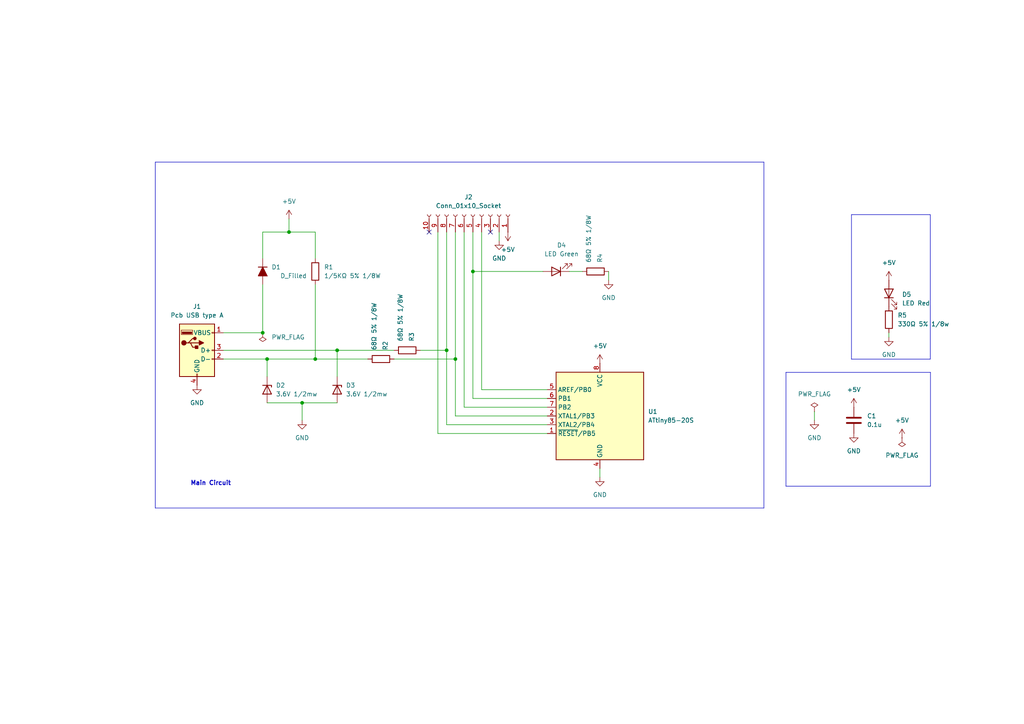
<source format=kicad_sch>
(kicad_sch
	(version 20250114)
	(generator "eeschema")
	(generator_version "9.0")
	(uuid "f2c20679-f28d-47ad-9191-2bfbde129570")
	(paper "A4")
	(title_block
		(date "2024-03-18")
		(rev "version Test2024")
		(company "UCC")
		(comment 1 "proyectoBase2024")
	)
	(lib_symbols
		(symbol "+5V_1"
			(power)
			(pin_names
				(offset 0)
			)
			(exclude_from_sim no)
			(in_bom yes)
			(on_board yes)
			(property "Reference" "#PWR"
				(at 0 -3.81 0)
				(effects
					(font
						(size 1.27 1.27)
					)
					(hide yes)
				)
			)
			(property "Value" "+5V_1"
				(at 0 3.556 0)
				(effects
					(font
						(size 1.27 1.27)
					)
				)
			)
			(property "Footprint" ""
				(at 0 0 0)
				(effects
					(font
						(size 1.27 1.27)
					)
					(hide yes)
				)
			)
			(property "Datasheet" ""
				(at 0 0 0)
				(effects
					(font
						(size 1.27 1.27)
					)
					(hide yes)
				)
			)
			(property "Description" "Power symbol creates a global label with name \"+5V\""
				(at 0 0 0)
				(effects
					(font
						(size 1.27 1.27)
					)
					(hide yes)
				)
			)
			(property "ki_keywords" "global power"
				(at 0 0 0)
				(effects
					(font
						(size 1.27 1.27)
					)
					(hide yes)
				)
			)
			(symbol "+5V_1_0_1"
				(polyline
					(pts
						(xy -0.762 1.27) (xy 0 2.54)
					)
					(stroke
						(width 0)
						(type default)
					)
					(fill
						(type none)
					)
				)
				(polyline
					(pts
						(xy 0 2.54) (xy 0.762 1.27)
					)
					(stroke
						(width 0)
						(type default)
					)
					(fill
						(type none)
					)
				)
				(polyline
					(pts
						(xy 0 0) (xy 0 2.54)
					)
					(stroke
						(width 0)
						(type default)
					)
					(fill
						(type none)
					)
				)
			)
			(symbol "+5V_1_1_1"
				(pin power_in line
					(at 0 0 90)
					(length 0)
					(hide yes)
					(name "+5V"
						(effects
							(font
								(size 1.27 1.27)
							)
						)
					)
					(number "1"
						(effects
							(font
								(size 1.27 1.27)
							)
						)
					)
				)
			)
			(embedded_fonts no)
		)
		(symbol "Connector:Conn_01x10_Socket"
			(pin_names
				(offset 1.016)
				(hide yes)
			)
			(exclude_from_sim no)
			(in_bom yes)
			(on_board yes)
			(property "Reference" "J"
				(at 0 12.7 0)
				(effects
					(font
						(size 1.27 1.27)
					)
				)
			)
			(property "Value" "Conn_01x10_Socket"
				(at 0 -15.24 0)
				(effects
					(font
						(size 1.27 1.27)
					)
				)
			)
			(property "Footprint" ""
				(at 0 0 0)
				(effects
					(font
						(size 1.27 1.27)
					)
					(hide yes)
				)
			)
			(property "Datasheet" "~"
				(at 0 0 0)
				(effects
					(font
						(size 1.27 1.27)
					)
					(hide yes)
				)
			)
			(property "Description" "Generic connector, single row, 01x10, script generated"
				(at 0 0 0)
				(effects
					(font
						(size 1.27 1.27)
					)
					(hide yes)
				)
			)
			(property "ki_locked" ""
				(at 0 0 0)
				(effects
					(font
						(size 1.27 1.27)
					)
				)
			)
			(property "ki_keywords" "connector"
				(at 0 0 0)
				(effects
					(font
						(size 1.27 1.27)
					)
					(hide yes)
				)
			)
			(property "ki_fp_filters" "Connector*:*_1x??_*"
				(at 0 0 0)
				(effects
					(font
						(size 1.27 1.27)
					)
					(hide yes)
				)
			)
			(symbol "Conn_01x10_Socket_1_1"
				(polyline
					(pts
						(xy -1.27 10.16) (xy -0.508 10.16)
					)
					(stroke
						(width 0.1524)
						(type default)
					)
					(fill
						(type none)
					)
				)
				(polyline
					(pts
						(xy -1.27 7.62) (xy -0.508 7.62)
					)
					(stroke
						(width 0.1524)
						(type default)
					)
					(fill
						(type none)
					)
				)
				(polyline
					(pts
						(xy -1.27 5.08) (xy -0.508 5.08)
					)
					(stroke
						(width 0.1524)
						(type default)
					)
					(fill
						(type none)
					)
				)
				(polyline
					(pts
						(xy -1.27 2.54) (xy -0.508 2.54)
					)
					(stroke
						(width 0.1524)
						(type default)
					)
					(fill
						(type none)
					)
				)
				(polyline
					(pts
						(xy -1.27 0) (xy -0.508 0)
					)
					(stroke
						(width 0.1524)
						(type default)
					)
					(fill
						(type none)
					)
				)
				(polyline
					(pts
						(xy -1.27 -2.54) (xy -0.508 -2.54)
					)
					(stroke
						(width 0.1524)
						(type default)
					)
					(fill
						(type none)
					)
				)
				(polyline
					(pts
						(xy -1.27 -5.08) (xy -0.508 -5.08)
					)
					(stroke
						(width 0.1524)
						(type default)
					)
					(fill
						(type none)
					)
				)
				(polyline
					(pts
						(xy -1.27 -7.62) (xy -0.508 -7.62)
					)
					(stroke
						(width 0.1524)
						(type default)
					)
					(fill
						(type none)
					)
				)
				(polyline
					(pts
						(xy -1.27 -10.16) (xy -0.508 -10.16)
					)
					(stroke
						(width 0.1524)
						(type default)
					)
					(fill
						(type none)
					)
				)
				(polyline
					(pts
						(xy -1.27 -12.7) (xy -0.508 -12.7)
					)
					(stroke
						(width 0.1524)
						(type default)
					)
					(fill
						(type none)
					)
				)
				(arc
					(start 0 9.652)
					(mid -0.5058 10.16)
					(end 0 10.668)
					(stroke
						(width 0.1524)
						(type default)
					)
					(fill
						(type none)
					)
				)
				(arc
					(start 0 7.112)
					(mid -0.5058 7.62)
					(end 0 8.128)
					(stroke
						(width 0.1524)
						(type default)
					)
					(fill
						(type none)
					)
				)
				(arc
					(start 0 4.572)
					(mid -0.5058 5.08)
					(end 0 5.588)
					(stroke
						(width 0.1524)
						(type default)
					)
					(fill
						(type none)
					)
				)
				(arc
					(start 0 2.032)
					(mid -0.5058 2.54)
					(end 0 3.048)
					(stroke
						(width 0.1524)
						(type default)
					)
					(fill
						(type none)
					)
				)
				(arc
					(start 0 -0.508)
					(mid -0.5058 0)
					(end 0 0.508)
					(stroke
						(width 0.1524)
						(type default)
					)
					(fill
						(type none)
					)
				)
				(arc
					(start 0 -3.048)
					(mid -0.5058 -2.54)
					(end 0 -2.032)
					(stroke
						(width 0.1524)
						(type default)
					)
					(fill
						(type none)
					)
				)
				(arc
					(start 0 -5.588)
					(mid -0.5058 -5.08)
					(end 0 -4.572)
					(stroke
						(width 0.1524)
						(type default)
					)
					(fill
						(type none)
					)
				)
				(arc
					(start 0 -8.128)
					(mid -0.5058 -7.62)
					(end 0 -7.112)
					(stroke
						(width 0.1524)
						(type default)
					)
					(fill
						(type none)
					)
				)
				(arc
					(start 0 -10.668)
					(mid -0.5058 -10.16)
					(end 0 -9.652)
					(stroke
						(width 0.1524)
						(type default)
					)
					(fill
						(type none)
					)
				)
				(arc
					(start 0 -13.208)
					(mid -0.5058 -12.7)
					(end 0 -12.192)
					(stroke
						(width 0.1524)
						(type default)
					)
					(fill
						(type none)
					)
				)
				(pin passive line
					(at -5.08 10.16 0)
					(length 3.81)
					(name "Pin_1"
						(effects
							(font
								(size 1.27 1.27)
							)
						)
					)
					(number "1"
						(effects
							(font
								(size 1.27 1.27)
							)
						)
					)
				)
				(pin passive line
					(at -5.08 7.62 0)
					(length 3.81)
					(name "Pin_2"
						(effects
							(font
								(size 1.27 1.27)
							)
						)
					)
					(number "2"
						(effects
							(font
								(size 1.27 1.27)
							)
						)
					)
				)
				(pin passive line
					(at -5.08 5.08 0)
					(length 3.81)
					(name "Pin_3"
						(effects
							(font
								(size 1.27 1.27)
							)
						)
					)
					(number "3"
						(effects
							(font
								(size 1.27 1.27)
							)
						)
					)
				)
				(pin passive line
					(at -5.08 2.54 0)
					(length 3.81)
					(name "Pin_4"
						(effects
							(font
								(size 1.27 1.27)
							)
						)
					)
					(number "4"
						(effects
							(font
								(size 1.27 1.27)
							)
						)
					)
				)
				(pin passive line
					(at -5.08 0 0)
					(length 3.81)
					(name "Pin_5"
						(effects
							(font
								(size 1.27 1.27)
							)
						)
					)
					(number "5"
						(effects
							(font
								(size 1.27 1.27)
							)
						)
					)
				)
				(pin passive line
					(at -5.08 -2.54 0)
					(length 3.81)
					(name "Pin_6"
						(effects
							(font
								(size 1.27 1.27)
							)
						)
					)
					(number "6"
						(effects
							(font
								(size 1.27 1.27)
							)
						)
					)
				)
				(pin passive line
					(at -5.08 -5.08 0)
					(length 3.81)
					(name "Pin_7"
						(effects
							(font
								(size 1.27 1.27)
							)
						)
					)
					(number "7"
						(effects
							(font
								(size 1.27 1.27)
							)
						)
					)
				)
				(pin passive line
					(at -5.08 -7.62 0)
					(length 3.81)
					(name "Pin_8"
						(effects
							(font
								(size 1.27 1.27)
							)
						)
					)
					(number "8"
						(effects
							(font
								(size 1.27 1.27)
							)
						)
					)
				)
				(pin passive line
					(at -5.08 -10.16 0)
					(length 3.81)
					(name "Pin_9"
						(effects
							(font
								(size 1.27 1.27)
							)
						)
					)
					(number "9"
						(effects
							(font
								(size 1.27 1.27)
							)
						)
					)
				)
				(pin passive line
					(at -5.08 -12.7 0)
					(length 3.81)
					(name "Pin_10"
						(effects
							(font
								(size 1.27 1.27)
							)
						)
					)
					(number "10"
						(effects
							(font
								(size 1.27 1.27)
							)
						)
					)
				)
			)
			(embedded_fonts no)
		)
		(symbol "Connector:USB_A"
			(pin_names
				(offset 1.016)
			)
			(exclude_from_sim no)
			(in_bom yes)
			(on_board yes)
			(property "Reference" "J2"
				(at 0 12.7 0)
				(effects
					(font
						(size 1.27 1.27)
					)
				)
			)
			(property "Value" "USB_A"
				(at 0 10.16 0)
				(effects
					(font
						(size 1.27 1.27)
					)
				)
			)
			(property "Footprint" ""
				(at 3.81 -1.27 0)
				(effects
					(font
						(size 1.27 1.27)
					)
					(hide yes)
				)
			)
			(property "Datasheet" "~"
				(at 3.81 -1.27 0)
				(effects
					(font
						(size 1.27 1.27)
					)
					(hide yes)
				)
			)
			(property "Description" "USB Type A connector"
				(at 0 0 0)
				(effects
					(font
						(size 1.27 1.27)
					)
					(hide yes)
				)
			)
			(property "ki_keywords" "connector USB"
				(at 0 0 0)
				(effects
					(font
						(size 1.27 1.27)
					)
					(hide yes)
				)
			)
			(property "ki_fp_filters" "USB*"
				(at 0 0 0)
				(effects
					(font
						(size 1.27 1.27)
					)
					(hide yes)
				)
			)
			(symbol "USB_A_0_1"
				(rectangle
					(start -5.08 -7.62)
					(end 5.08 7.62)
					(stroke
						(width 0.254)
						(type default)
					)
					(fill
						(type background)
					)
				)
				(circle
					(center -3.81 2.159)
					(radius 0.635)
					(stroke
						(width 0.254)
						(type default)
					)
					(fill
						(type outline)
					)
				)
				(polyline
					(pts
						(xy -3.175 2.159) (xy -2.54 2.159) (xy -1.27 3.429) (xy -0.635 3.429)
					)
					(stroke
						(width 0.254)
						(type default)
					)
					(fill
						(type none)
					)
				)
				(polyline
					(pts
						(xy -2.54 2.159) (xy -1.905 2.159) (xy -1.27 0.889) (xy 0 0.889)
					)
					(stroke
						(width 0.254)
						(type default)
					)
					(fill
						(type none)
					)
				)
				(rectangle
					(start -1.524 4.826)
					(end -4.318 5.334)
					(stroke
						(width 0)
						(type default)
					)
					(fill
						(type outline)
					)
				)
				(rectangle
					(start -1.27 4.572)
					(end -4.572 5.842)
					(stroke
						(width 0)
						(type default)
					)
					(fill
						(type none)
					)
				)
				(circle
					(center -0.635 3.429)
					(radius 0.381)
					(stroke
						(width 0.254)
						(type default)
					)
					(fill
						(type outline)
					)
				)
				(rectangle
					(start -0.127 -7.62)
					(end 0.127 -6.858)
					(stroke
						(width 0)
						(type default)
					)
					(fill
						(type none)
					)
				)
				(rectangle
					(start 0.254 1.27)
					(end -0.508 0.508)
					(stroke
						(width 0.254)
						(type default)
					)
					(fill
						(type outline)
					)
				)
				(polyline
					(pts
						(xy 0.635 2.794) (xy 0.635 1.524) (xy 1.905 2.159) (xy 0.635 2.794)
					)
					(stroke
						(width 0.254)
						(type default)
					)
					(fill
						(type outline)
					)
				)
				(rectangle
					(start 5.08 4.953)
					(end 4.318 5.207)
					(stroke
						(width 0)
						(type default)
					)
					(fill
						(type none)
					)
				)
				(rectangle
					(start 5.08 -0.127)
					(end 4.318 0.127)
					(stroke
						(width 0)
						(type default)
					)
					(fill
						(type none)
					)
				)
				(rectangle
					(start 5.08 -2.667)
					(end 4.318 -2.413)
					(stroke
						(width 0)
						(type default)
					)
					(fill
						(type none)
					)
				)
			)
			(symbol "USB_A_1_1"
				(polyline
					(pts
						(xy -1.905 2.159) (xy 0.635 2.159)
					)
					(stroke
						(width 0.254)
						(type default)
					)
					(fill
						(type none)
					)
				)
				(pin power_in line
					(at 0 -10.16 90)
					(length 2.54)
					(name "GND"
						(effects
							(font
								(size 1.27 1.27)
							)
						)
					)
					(number "4"
						(effects
							(font
								(size 1.27 1.27)
							)
						)
					)
				)
				(pin power_in line
					(at 7.62 5.08 180)
					(length 2.54)
					(name "VBUS"
						(effects
							(font
								(size 1.27 1.27)
							)
						)
					)
					(number "1"
						(effects
							(font
								(size 1.27 1.27)
							)
						)
					)
				)
				(pin bidirectional line
					(at 7.62 0 180)
					(length 2.54)
					(name "D+"
						(effects
							(font
								(size 1.27 1.27)
							)
						)
					)
					(number "3"
						(effects
							(font
								(size 1.27 1.27)
							)
						)
					)
				)
				(pin bidirectional line
					(at 7.62 -2.54 180)
					(length 2.54)
					(name "D-"
						(effects
							(font
								(size 1.27 1.27)
							)
						)
					)
					(number "2"
						(effects
							(font
								(size 1.27 1.27)
							)
						)
					)
				)
			)
			(embedded_fonts no)
		)
		(symbol "D_Filled_1"
			(pin_numbers
				(hide yes)
			)
			(pin_names
				(offset 1.016)
				(hide yes)
			)
			(exclude_from_sim no)
			(in_bom yes)
			(on_board yes)
			(property "Reference" "D"
				(at 0 2.54 0)
				(effects
					(font
						(size 1.27 1.27)
					)
				)
			)
			(property "Value" "D_Filled"
				(at 0 -2.54 0)
				(effects
					(font
						(size 1.27 1.27)
					)
				)
			)
			(property "Footprint" ""
				(at 0 0 0)
				(effects
					(font
						(size 1.27 1.27)
					)
					(hide yes)
				)
			)
			(property "Datasheet" "~"
				(at 0 0 0)
				(effects
					(font
						(size 1.27 1.27)
					)
					(hide yes)
				)
			)
			(property "Description" "Diode, filled shape"
				(at 0 0 0)
				(effects
					(font
						(size 1.27 1.27)
					)
					(hide yes)
				)
			)
			(property "Sim.Device" "D"
				(at 0 0 0)
				(effects
					(font
						(size 1.27 1.27)
					)
					(hide yes)
				)
			)
			(property "Sim.Pins" "1=K 2=A"
				(at 0 0 0)
				(effects
					(font
						(size 1.27 1.27)
					)
					(hide yes)
				)
			)
			(property "ki_keywords" "diode"
				(at 0 0 0)
				(effects
					(font
						(size 1.27 1.27)
					)
					(hide yes)
				)
			)
			(property "ki_fp_filters" "TO-???* *_Diode_* *SingleDiode* D_*"
				(at 0 0 0)
				(effects
					(font
						(size 1.27 1.27)
					)
					(hide yes)
				)
			)
			(symbol "D_Filled_1_0_1"
				(polyline
					(pts
						(xy -1.27 1.27) (xy -1.27 -1.27)
					)
					(stroke
						(width 0.254)
						(type default)
					)
					(fill
						(type none)
					)
				)
				(polyline
					(pts
						(xy 1.27 1.27) (xy 1.27 -1.27) (xy -1.27 0) (xy 1.27 1.27)
					)
					(stroke
						(width 0.254)
						(type default)
					)
					(fill
						(type outline)
					)
				)
				(polyline
					(pts
						(xy 1.27 0) (xy -1.27 0)
					)
					(stroke
						(width 0)
						(type default)
					)
					(fill
						(type none)
					)
				)
			)
			(symbol "D_Filled_1_1_1"
				(pin passive line
					(at -3.81 0 0)
					(length 2.54)
					(name "K"
						(effects
							(font
								(size 1.27 1.27)
							)
						)
					)
					(number "1"
						(effects
							(font
								(size 1.27 1.27)
							)
						)
					)
				)
				(pin passive line
					(at 3.81 0 180)
					(length 2.54)
					(name "A"
						(effects
							(font
								(size 1.27 1.27)
							)
						)
					)
					(number "2"
						(effects
							(font
								(size 1.27 1.27)
							)
						)
					)
				)
			)
			(embedded_fonts no)
		)
		(symbol "Device:C"
			(pin_numbers
				(hide yes)
			)
			(pin_names
				(offset 0.254)
			)
			(exclude_from_sim no)
			(in_bom yes)
			(on_board yes)
			(property "Reference" "C"
				(at 0.635 2.54 0)
				(effects
					(font
						(size 1.27 1.27)
					)
					(justify left)
				)
			)
			(property "Value" "C"
				(at 0.635 -2.54 0)
				(effects
					(font
						(size 1.27 1.27)
					)
					(justify left)
				)
			)
			(property "Footprint" ""
				(at 0.9652 -3.81 0)
				(effects
					(font
						(size 1.27 1.27)
					)
					(hide yes)
				)
			)
			(property "Datasheet" "~"
				(at 0 0 0)
				(effects
					(font
						(size 1.27 1.27)
					)
					(hide yes)
				)
			)
			(property "Description" "Unpolarized capacitor"
				(at 0 0 0)
				(effects
					(font
						(size 1.27 1.27)
					)
					(hide yes)
				)
			)
			(property "ki_keywords" "cap capacitor"
				(at 0 0 0)
				(effects
					(font
						(size 1.27 1.27)
					)
					(hide yes)
				)
			)
			(property "ki_fp_filters" "C_*"
				(at 0 0 0)
				(effects
					(font
						(size 1.27 1.27)
					)
					(hide yes)
				)
			)
			(symbol "C_0_1"
				(polyline
					(pts
						(xy -2.032 0.762) (xy 2.032 0.762)
					)
					(stroke
						(width 0.508)
						(type default)
					)
					(fill
						(type none)
					)
				)
				(polyline
					(pts
						(xy -2.032 -0.762) (xy 2.032 -0.762)
					)
					(stroke
						(width 0.508)
						(type default)
					)
					(fill
						(type none)
					)
				)
			)
			(symbol "C_1_1"
				(pin passive line
					(at 0 3.81 270)
					(length 2.794)
					(name "~"
						(effects
							(font
								(size 1.27 1.27)
							)
						)
					)
					(number "1"
						(effects
							(font
								(size 1.27 1.27)
							)
						)
					)
				)
				(pin passive line
					(at 0 -3.81 90)
					(length 2.794)
					(name "~"
						(effects
							(font
								(size 1.27 1.27)
							)
						)
					)
					(number "2"
						(effects
							(font
								(size 1.27 1.27)
							)
						)
					)
				)
			)
			(embedded_fonts no)
		)
		(symbol "Device:D_Zener"
			(pin_numbers
				(hide yes)
			)
			(pin_names
				(offset 1.016)
				(hide yes)
			)
			(exclude_from_sim no)
			(in_bom yes)
			(on_board yes)
			(property "Reference" "D"
				(at 0 2.54 0)
				(effects
					(font
						(size 1.27 1.27)
					)
				)
			)
			(property "Value" "D_Zener"
				(at 0 -2.54 0)
				(effects
					(font
						(size 1.27 1.27)
					)
				)
			)
			(property "Footprint" ""
				(at 0 0 0)
				(effects
					(font
						(size 1.27 1.27)
					)
					(hide yes)
				)
			)
			(property "Datasheet" "~"
				(at 0 0 0)
				(effects
					(font
						(size 1.27 1.27)
					)
					(hide yes)
				)
			)
			(property "Description" "Zener diode"
				(at 0 0 0)
				(effects
					(font
						(size 1.27 1.27)
					)
					(hide yes)
				)
			)
			(property "ki_keywords" "diode"
				(at 0 0 0)
				(effects
					(font
						(size 1.27 1.27)
					)
					(hide yes)
				)
			)
			(property "ki_fp_filters" "TO-???* *_Diode_* *SingleDiode* D_*"
				(at 0 0 0)
				(effects
					(font
						(size 1.27 1.27)
					)
					(hide yes)
				)
			)
			(symbol "D_Zener_0_1"
				(polyline
					(pts
						(xy -1.27 -1.27) (xy -1.27 1.27) (xy -0.762 1.27)
					)
					(stroke
						(width 0.254)
						(type default)
					)
					(fill
						(type none)
					)
				)
				(polyline
					(pts
						(xy 1.27 0) (xy -1.27 0)
					)
					(stroke
						(width 0)
						(type default)
					)
					(fill
						(type none)
					)
				)
				(polyline
					(pts
						(xy 1.27 -1.27) (xy 1.27 1.27) (xy -1.27 0) (xy 1.27 -1.27)
					)
					(stroke
						(width 0.254)
						(type default)
					)
					(fill
						(type none)
					)
				)
			)
			(symbol "D_Zener_1_1"
				(pin passive line
					(at -3.81 0 0)
					(length 2.54)
					(name "K"
						(effects
							(font
								(size 1.27 1.27)
							)
						)
					)
					(number "1"
						(effects
							(font
								(size 1.27 1.27)
							)
						)
					)
				)
				(pin passive line
					(at 3.81 0 180)
					(length 2.54)
					(name "A"
						(effects
							(font
								(size 1.27 1.27)
							)
						)
					)
					(number "2"
						(effects
							(font
								(size 1.27 1.27)
							)
						)
					)
				)
			)
			(embedded_fonts no)
		)
		(symbol "Device:LED"
			(pin_numbers
				(hide yes)
			)
			(pin_names
				(offset 1.016)
				(hide yes)
			)
			(exclude_from_sim no)
			(in_bom yes)
			(on_board yes)
			(property "Reference" "D"
				(at 0 2.54 0)
				(effects
					(font
						(size 1.27 1.27)
					)
				)
			)
			(property "Value" "LED"
				(at 0 -2.54 0)
				(effects
					(font
						(size 1.27 1.27)
					)
				)
			)
			(property "Footprint" ""
				(at 0 0 0)
				(effects
					(font
						(size 1.27 1.27)
					)
					(hide yes)
				)
			)
			(property "Datasheet" "~"
				(at 0 0 0)
				(effects
					(font
						(size 1.27 1.27)
					)
					(hide yes)
				)
			)
			(property "Description" "Light emitting diode"
				(at 0 0 0)
				(effects
					(font
						(size 1.27 1.27)
					)
					(hide yes)
				)
			)
			(property "ki_keywords" "LED diode"
				(at 0 0 0)
				(effects
					(font
						(size 1.27 1.27)
					)
					(hide yes)
				)
			)
			(property "ki_fp_filters" "LED* LED_SMD:* LED_THT:*"
				(at 0 0 0)
				(effects
					(font
						(size 1.27 1.27)
					)
					(hide yes)
				)
			)
			(symbol "LED_0_1"
				(polyline
					(pts
						(xy -3.048 -0.762) (xy -4.572 -2.286) (xy -3.81 -2.286) (xy -4.572 -2.286) (xy -4.572 -1.524)
					)
					(stroke
						(width 0)
						(type default)
					)
					(fill
						(type none)
					)
				)
				(polyline
					(pts
						(xy -1.778 -0.762) (xy -3.302 -2.286) (xy -2.54 -2.286) (xy -3.302 -2.286) (xy -3.302 -1.524)
					)
					(stroke
						(width 0)
						(type default)
					)
					(fill
						(type none)
					)
				)
				(polyline
					(pts
						(xy -1.27 0) (xy 1.27 0)
					)
					(stroke
						(width 0)
						(type default)
					)
					(fill
						(type none)
					)
				)
				(polyline
					(pts
						(xy -1.27 -1.27) (xy -1.27 1.27)
					)
					(stroke
						(width 0.254)
						(type default)
					)
					(fill
						(type none)
					)
				)
				(polyline
					(pts
						(xy 1.27 -1.27) (xy 1.27 1.27) (xy -1.27 0) (xy 1.27 -1.27)
					)
					(stroke
						(width 0.254)
						(type default)
					)
					(fill
						(type none)
					)
				)
			)
			(symbol "LED_1_1"
				(pin passive line
					(at -3.81 0 0)
					(length 2.54)
					(name "K"
						(effects
							(font
								(size 1.27 1.27)
							)
						)
					)
					(number "1"
						(effects
							(font
								(size 1.27 1.27)
							)
						)
					)
				)
				(pin passive line
					(at 3.81 0 180)
					(length 2.54)
					(name "A"
						(effects
							(font
								(size 1.27 1.27)
							)
						)
					)
					(number "2"
						(effects
							(font
								(size 1.27 1.27)
							)
						)
					)
				)
			)
			(embedded_fonts no)
		)
		(symbol "Device:R"
			(pin_numbers
				(hide yes)
			)
			(pin_names
				(offset 0)
			)
			(exclude_from_sim no)
			(in_bom yes)
			(on_board yes)
			(property "Reference" "R"
				(at 2.032 0 90)
				(effects
					(font
						(size 1.27 1.27)
					)
				)
			)
			(property "Value" "R"
				(at 0 0 90)
				(effects
					(font
						(size 1.27 1.27)
					)
				)
			)
			(property "Footprint" ""
				(at -1.778 0 90)
				(effects
					(font
						(size 1.27 1.27)
					)
					(hide yes)
				)
			)
			(property "Datasheet" "~"
				(at 0 0 0)
				(effects
					(font
						(size 1.27 1.27)
					)
					(hide yes)
				)
			)
			(property "Description" "Resistor"
				(at 0 0 0)
				(effects
					(font
						(size 1.27 1.27)
					)
					(hide yes)
				)
			)
			(property "ki_keywords" "R res resistor"
				(at 0 0 0)
				(effects
					(font
						(size 1.27 1.27)
					)
					(hide yes)
				)
			)
			(property "ki_fp_filters" "R_*"
				(at 0 0 0)
				(effects
					(font
						(size 1.27 1.27)
					)
					(hide yes)
				)
			)
			(symbol "R_0_1"
				(rectangle
					(start -1.016 -2.54)
					(end 1.016 2.54)
					(stroke
						(width 0.254)
						(type default)
					)
					(fill
						(type none)
					)
				)
			)
			(symbol "R_1_1"
				(pin passive line
					(at 0 3.81 270)
					(length 1.27)
					(name "~"
						(effects
							(font
								(size 1.27 1.27)
							)
						)
					)
					(number "1"
						(effects
							(font
								(size 1.27 1.27)
							)
						)
					)
				)
				(pin passive line
					(at 0 -3.81 90)
					(length 1.27)
					(name "~"
						(effects
							(font
								(size 1.27 1.27)
							)
						)
					)
					(number "2"
						(effects
							(font
								(size 1.27 1.27)
							)
						)
					)
				)
			)
			(embedded_fonts no)
		)
		(symbol "GND_1"
			(power)
			(pin_names
				(offset 0)
			)
			(exclude_from_sim no)
			(in_bom yes)
			(on_board yes)
			(property "Reference" "#PWR"
				(at 0 -6.35 0)
				(effects
					(font
						(size 1.27 1.27)
					)
					(hide yes)
				)
			)
			(property "Value" "GND_1"
				(at 0 -3.81 0)
				(effects
					(font
						(size 1.27 1.27)
					)
				)
			)
			(property "Footprint" ""
				(at 0 0 0)
				(effects
					(font
						(size 1.27 1.27)
					)
					(hide yes)
				)
			)
			(property "Datasheet" ""
				(at 0 0 0)
				(effects
					(font
						(size 1.27 1.27)
					)
					(hide yes)
				)
			)
			(property "Description" "Power symbol creates a global label with name \"GND\" , ground"
				(at 0 0 0)
				(effects
					(font
						(size 1.27 1.27)
					)
					(hide yes)
				)
			)
			(property "ki_keywords" "global power"
				(at 0 0 0)
				(effects
					(font
						(size 1.27 1.27)
					)
					(hide yes)
				)
			)
			(symbol "GND_1_0_1"
				(polyline
					(pts
						(xy 0 0) (xy 0 -1.27) (xy 1.27 -1.27) (xy 0 -2.54) (xy -1.27 -1.27) (xy 0 -1.27)
					)
					(stroke
						(width 0)
						(type default)
					)
					(fill
						(type none)
					)
				)
			)
			(symbol "GND_1_1_1"
				(pin power_in line
					(at 0 0 270)
					(length 0)
					(hide yes)
					(name "GND"
						(effects
							(font
								(size 1.27 1.27)
							)
						)
					)
					(number "1"
						(effects
							(font
								(size 1.27 1.27)
							)
						)
					)
				)
			)
			(embedded_fonts no)
		)
		(symbol "MCU_Microchip_ATtiny:ATtiny85-20S"
			(exclude_from_sim no)
			(in_bom yes)
			(on_board yes)
			(property "Reference" "U"
				(at -12.7 13.97 0)
				(effects
					(font
						(size 1.27 1.27)
					)
					(justify left bottom)
				)
			)
			(property "Value" "ATtiny85-20S"
				(at 2.54 -13.97 0)
				(effects
					(font
						(size 1.27 1.27)
					)
					(justify left top)
				)
			)
			(property "Footprint" "Package_SO:SOIC-8W_5.3x5.3mm_P1.27mm"
				(at 0 0 0)
				(effects
					(font
						(size 1.27 1.27)
						(italic yes)
					)
					(hide yes)
				)
			)
			(property "Datasheet" "http://ww1.microchip.com/downloads/en/DeviceDoc/atmel-2586-avr-8-bit-microcontroller-attiny25-attiny45-attiny85_datasheet.pdf"
				(at 0 0 0)
				(effects
					(font
						(size 1.27 1.27)
					)
					(hide yes)
				)
			)
			(property "Description" "20MHz, 8kB Flash, 512B SRAM, 512B EEPROM, debugWIRE, SOIC-8W"
				(at 0 0 0)
				(effects
					(font
						(size 1.27 1.27)
					)
					(hide yes)
				)
			)
			(property "ki_keywords" "AVR 8bit Microcontroller tinyAVR"
				(at 0 0 0)
				(effects
					(font
						(size 1.27 1.27)
					)
					(hide yes)
				)
			)
			(property "ki_fp_filters" "SOIC*5.3x5.3mm*P1.27mm*"
				(at 0 0 0)
				(effects
					(font
						(size 1.27 1.27)
					)
					(hide yes)
				)
			)
			(symbol "ATtiny85-20S_0_1"
				(rectangle
					(start -12.7 -12.7)
					(end 12.7 12.7)
					(stroke
						(width 0.254)
						(type default)
					)
					(fill
						(type background)
					)
				)
			)
			(symbol "ATtiny85-20S_1_1"
				(pin power_in line
					(at 0 15.24 270)
					(length 2.54)
					(name "VCC"
						(effects
							(font
								(size 1.27 1.27)
							)
						)
					)
					(number "8"
						(effects
							(font
								(size 1.27 1.27)
							)
						)
					)
				)
				(pin power_in line
					(at 0 -15.24 90)
					(length 2.54)
					(name "GND"
						(effects
							(font
								(size 1.27 1.27)
							)
						)
					)
					(number "4"
						(effects
							(font
								(size 1.27 1.27)
							)
						)
					)
				)
				(pin bidirectional line
					(at 15.24 7.62 180)
					(length 2.54)
					(name "AREF/PB0"
						(effects
							(font
								(size 1.27 1.27)
							)
						)
					)
					(number "5"
						(effects
							(font
								(size 1.27 1.27)
							)
						)
					)
				)
				(pin bidirectional line
					(at 15.24 5.08 180)
					(length 2.54)
					(name "PB1"
						(effects
							(font
								(size 1.27 1.27)
							)
						)
					)
					(number "6"
						(effects
							(font
								(size 1.27 1.27)
							)
						)
					)
				)
				(pin bidirectional line
					(at 15.24 2.54 180)
					(length 2.54)
					(name "PB2"
						(effects
							(font
								(size 1.27 1.27)
							)
						)
					)
					(number "7"
						(effects
							(font
								(size 1.27 1.27)
							)
						)
					)
				)
				(pin bidirectional line
					(at 15.24 0 180)
					(length 2.54)
					(name "XTAL1/PB3"
						(effects
							(font
								(size 1.27 1.27)
							)
						)
					)
					(number "2"
						(effects
							(font
								(size 1.27 1.27)
							)
						)
					)
				)
				(pin bidirectional line
					(at 15.24 -2.54 180)
					(length 2.54)
					(name "XTAL2/PB4"
						(effects
							(font
								(size 1.27 1.27)
							)
						)
					)
					(number "3"
						(effects
							(font
								(size 1.27 1.27)
							)
						)
					)
				)
				(pin bidirectional line
					(at 15.24 -5.08 180)
					(length 2.54)
					(name "~{RESET}/PB5"
						(effects
							(font
								(size 1.27 1.27)
							)
						)
					)
					(number "1"
						(effects
							(font
								(size 1.27 1.27)
							)
						)
					)
				)
			)
			(embedded_fonts no)
		)
		(symbol "PWR_FLAG_1"
			(power)
			(pin_numbers
				(hide yes)
			)
			(pin_names
				(offset 0)
				(hide yes)
			)
			(exclude_from_sim no)
			(in_bom yes)
			(on_board yes)
			(property "Reference" "#FLG"
				(at 0 1.905 0)
				(effects
					(font
						(size 1.27 1.27)
					)
					(hide yes)
				)
			)
			(property "Value" "PWR_FLAG_1"
				(at 0 3.81 0)
				(effects
					(font
						(size 1.27 1.27)
					)
				)
			)
			(property "Footprint" ""
				(at 0 0 0)
				(effects
					(font
						(size 1.27 1.27)
					)
					(hide yes)
				)
			)
			(property "Datasheet" "~"
				(at 0 0 0)
				(effects
					(font
						(size 1.27 1.27)
					)
					(hide yes)
				)
			)
			(property "Description" "Special symbol for telling ERC where power comes from"
				(at 0 0 0)
				(effects
					(font
						(size 1.27 1.27)
					)
					(hide yes)
				)
			)
			(property "ki_keywords" "flag power"
				(at 0 0 0)
				(effects
					(font
						(size 1.27 1.27)
					)
					(hide yes)
				)
			)
			(symbol "PWR_FLAG_1_0_0"
				(pin power_out line
					(at 0 0 90)
					(length 0)
					(name "pwr"
						(effects
							(font
								(size 1.27 1.27)
							)
						)
					)
					(number "1"
						(effects
							(font
								(size 1.27 1.27)
							)
						)
					)
				)
			)
			(symbol "PWR_FLAG_1_0_1"
				(polyline
					(pts
						(xy 0 0) (xy 0 1.27) (xy -1.016 1.905) (xy 0 2.54) (xy 1.016 1.905) (xy 0 1.27)
					)
					(stroke
						(width 0)
						(type default)
					)
					(fill
						(type none)
					)
				)
			)
			(embedded_fonts no)
		)
		(symbol "power:+5V"
			(power)
			(pin_numbers
				(hide yes)
			)
			(pin_names
				(offset 0)
				(hide yes)
			)
			(exclude_from_sim no)
			(in_bom yes)
			(on_board yes)
			(property "Reference" "#PWR"
				(at 0 -3.81 0)
				(effects
					(font
						(size 1.27 1.27)
					)
					(hide yes)
				)
			)
			(property "Value" "+5V"
				(at 0 3.556 0)
				(effects
					(font
						(size 1.27 1.27)
					)
				)
			)
			(property "Footprint" ""
				(at 0 0 0)
				(effects
					(font
						(size 1.27 1.27)
					)
					(hide yes)
				)
			)
			(property "Datasheet" ""
				(at 0 0 0)
				(effects
					(font
						(size 1.27 1.27)
					)
					(hide yes)
				)
			)
			(property "Description" "Power symbol creates a global label with name \"+5V\""
				(at 0 0 0)
				(effects
					(font
						(size 1.27 1.27)
					)
					(hide yes)
				)
			)
			(property "ki_keywords" "global power"
				(at 0 0 0)
				(effects
					(font
						(size 1.27 1.27)
					)
					(hide yes)
				)
			)
			(symbol "+5V_0_1"
				(polyline
					(pts
						(xy -0.762 1.27) (xy 0 2.54)
					)
					(stroke
						(width 0)
						(type default)
					)
					(fill
						(type none)
					)
				)
				(polyline
					(pts
						(xy 0 2.54) (xy 0.762 1.27)
					)
					(stroke
						(width 0)
						(type default)
					)
					(fill
						(type none)
					)
				)
				(polyline
					(pts
						(xy 0 0) (xy 0 2.54)
					)
					(stroke
						(width 0)
						(type default)
					)
					(fill
						(type none)
					)
				)
			)
			(symbol "+5V_1_1"
				(pin power_in line
					(at 0 0 90)
					(length 0)
					(name "~"
						(effects
							(font
								(size 1.27 1.27)
							)
						)
					)
					(number "1"
						(effects
							(font
								(size 1.27 1.27)
							)
						)
					)
				)
			)
			(embedded_fonts no)
		)
	)
	(text "Main Circuit"
		(exclude_from_sim no)
		(at 55.1942 140.9954 0)
		(effects
			(font
				(size 1.27 1.27)
				(thickness 0.254)
				(bold yes)
			)
			(justify left bottom)
		)
		(uuid "39ea4496-1b44-485f-ab4a-73accbcc9f99")
	)
	(junction
		(at 83.82 67.31)
		(diameter 0)
		(color 0 0 0 0)
		(uuid "45e23898-725d-4312-9589-842bbc39b85b")
	)
	(junction
		(at 87.63 116.84)
		(diameter 0)
		(color 0 0 0 0)
		(uuid "7090152b-db80-4cc5-8892-c61e2cbdc35b")
	)
	(junction
		(at 97.79 101.6)
		(diameter 0)
		(color 0 0 0 0)
		(uuid "8625f82c-1766-4fbf-bde0-e57bd35067e3")
	)
	(junction
		(at 77.47 104.14)
		(diameter 0)
		(color 0 0 0 0)
		(uuid "8c1dc290-9d44-428e-81b6-cb8ae260a293")
	)
	(junction
		(at 76.2 96.52)
		(diameter 0)
		(color 0 0 0 0)
		(uuid "95f24e3a-ff64-4cf7-a619-7db61e26802b")
	)
	(junction
		(at 137.16 78.74)
		(diameter 0)
		(color 0 0 0 0)
		(uuid "a72c7df3-e367-40ce-9919-7eb0b0160200")
	)
	(junction
		(at 132.08 104.14)
		(diameter 0)
		(color 0 0 0 0)
		(uuid "b8bf8ccc-9b9d-45f6-8819-981b866bf694")
	)
	(junction
		(at 91.44 104.14)
		(diameter 0)
		(color 0 0 0 0)
		(uuid "bdc4042e-9acd-4d17-aba2-b99ccf520cec")
	)
	(junction
		(at 129.54 101.6)
		(diameter 0)
		(color 0 0 0 0)
		(uuid "e612ee7e-3ebf-47d3-9ce2-3fd18725c2f5")
	)
	(no_connect
		(at 124.46 67.31)
		(uuid "4205f1d5-af68-4cc7-92da-ad14aaac744a")
	)
	(no_connect
		(at 142.24 67.31)
		(uuid "fba81261-711f-48ae-983d-43f8792eede5")
	)
	(wire
		(pts
			(xy 132.08 67.31) (xy 132.08 104.14)
		)
		(stroke
			(width 0)
			(type default)
		)
		(uuid "03140624-c700-4d2f-b1e4-69146f8d1436")
	)
	(wire
		(pts
			(xy 76.2 82.55) (xy 76.2 96.52)
		)
		(stroke
			(width 0)
			(type default)
		)
		(uuid "0491b366-8c13-40ec-aa7c-baae10145574")
	)
	(wire
		(pts
			(xy 114.3 104.14) (xy 132.08 104.14)
		)
		(stroke
			(width 0)
			(type default)
		)
		(uuid "063dfdea-dedc-4cd4-9c0a-4a89f85bf6cd")
	)
	(wire
		(pts
			(xy 77.47 104.14) (xy 91.44 104.14)
		)
		(stroke
			(width 0)
			(type default)
		)
		(uuid "09028559-4a2b-4a4d-81ce-d275a75f7222")
	)
	(wire
		(pts
			(xy 139.7 67.31) (xy 139.7 113.03)
		)
		(stroke
			(width 0)
			(type default)
		)
		(uuid "0e989d6f-2258-425f-8922-434ffae0a4bf")
	)
	(wire
		(pts
			(xy 137.16 115.57) (xy 158.75 115.57)
		)
		(stroke
			(width 0)
			(type default)
		)
		(uuid "10c58084-0a8c-43d6-9c01-0a00f5029874")
	)
	(polyline
		(pts
			(xy 45.0342 147.3454) (xy 45.0342 47.0154)
		)
		(stroke
			(width 0)
			(type default)
		)
		(uuid "12c67071-fe67-4f47-a0ca-3ef1ab2bc966")
	)
	(wire
		(pts
			(xy 132.08 104.14) (xy 132.08 120.65)
		)
		(stroke
			(width 0)
			(type default)
		)
		(uuid "13723ff0-bf24-40f8-82d6-b6b6bd8c7509")
	)
	(wire
		(pts
			(xy 127 67.31) (xy 127 125.73)
		)
		(stroke
			(width 0)
			(type default)
		)
		(uuid "1713d6d8-c350-47fc-8279-d0473a3e2cbf")
	)
	(wire
		(pts
			(xy 129.54 101.6) (xy 129.54 123.19)
		)
		(stroke
			(width 0)
			(type default)
		)
		(uuid "1cc2999d-cc8b-4c77-b179-0356973c7e0d")
	)
	(polyline
		(pts
			(xy 221.5642 47.0154) (xy 221.5642 147.3454)
		)
		(stroke
			(width 0)
			(type default)
		)
		(uuid "1f5f82f7-3c3e-40e2-9a00-ce83a042d5ac")
	)
	(wire
		(pts
			(xy 64.77 101.6) (xy 97.79 101.6)
		)
		(stroke
			(width 0)
			(type default)
		)
		(uuid "28a6eb40-20b2-40fb-af81-1af3c75c1876")
	)
	(wire
		(pts
			(xy 64.77 104.14) (xy 77.47 104.14)
		)
		(stroke
			(width 0)
			(type default)
		)
		(uuid "35587ce3-be86-46d9-8369-2a067a579d8a")
	)
	(wire
		(pts
			(xy 83.82 63.5) (xy 83.82 67.31)
		)
		(stroke
			(width 0)
			(type default)
		)
		(uuid "410248ad-2904-4812-8d85-850535af93ee")
	)
	(wire
		(pts
			(xy 129.54 67.31) (xy 129.54 101.6)
		)
		(stroke
			(width 0)
			(type default)
		)
		(uuid "499036a6-0c4b-4deb-87ec-59ec14c8330a")
	)
	(wire
		(pts
			(xy 76.2 67.31) (xy 76.2 74.93)
		)
		(stroke
			(width 0)
			(type default)
		)
		(uuid "4c2df597-1210-449c-9045-650fb6953e19")
	)
	(wire
		(pts
			(xy 91.44 82.55) (xy 91.44 104.14)
		)
		(stroke
			(width 0)
			(type default)
		)
		(uuid "4c518eae-588b-4405-b8db-6205558644d8")
	)
	(polyline
		(pts
			(xy 269.8242 62.2554) (xy 269.8242 104.1654)
		)
		(stroke
			(width 0)
			(type default)
		)
		(uuid "4eb3e81b-c3fe-4e85-853e-9ce32520e02d")
	)
	(wire
		(pts
			(xy 176.53 78.74) (xy 176.53 81.28)
		)
		(stroke
			(width 0)
			(type default)
		)
		(uuid "506af0a6-201d-4847-b222-81ec054e874e")
	)
	(wire
		(pts
			(xy 165.1 78.74) (xy 168.91 78.74)
		)
		(stroke
			(width 0)
			(type default)
		)
		(uuid "5bbff1d8-fd7e-4a80-8dfd-c0f9ee4bb518")
	)
	(polyline
		(pts
			(xy 227.965 108.0008) (xy 269.875 108.0008)
		)
		(stroke
			(width 0)
			(type default)
		)
		(uuid "654c2277-b153-442b-b460-0cc1001e1bfe")
	)
	(wire
		(pts
			(xy 91.44 74.93) (xy 91.44 67.31)
		)
		(stroke
			(width 0)
			(type default)
		)
		(uuid "665d1084-3d66-40eb-90e9-0b52b7697f60")
	)
	(wire
		(pts
			(xy 91.44 104.14) (xy 106.68 104.14)
		)
		(stroke
			(width 0)
			(type default)
		)
		(uuid "7056041e-434e-4da9-a609-7a5bfda199e0")
	)
	(polyline
		(pts
			(xy 269.8242 104.1654) (xy 246.9642 104.1654)
		)
		(stroke
			(width 0)
			(type default)
		)
		(uuid "73b21d52-5af1-4324-ac82-7fc4e93bc07a")
	)
	(wire
		(pts
			(xy 137.16 78.74) (xy 137.16 115.57)
		)
		(stroke
			(width 0)
			(type default)
		)
		(uuid "794cf518-ad05-4a04-be2c-35b7aaf496f8")
	)
	(polyline
		(pts
			(xy 227.965 141.0208) (xy 227.965 108.0008)
		)
		(stroke
			(width 0)
			(type default)
		)
		(uuid "7b5ddeea-8245-4000-8222-3f545ae9a1f4")
	)
	(wire
		(pts
			(xy 134.62 67.31) (xy 134.62 118.11)
		)
		(stroke
			(width 0)
			(type default)
		)
		(uuid "7d1fd348-2968-417e-9b77-55025be63672")
	)
	(polyline
		(pts
			(xy 221.5642 147.3454) (xy 45.0342 147.3454)
		)
		(stroke
			(width 0)
			(type default)
		)
		(uuid "7ebb2a4f-8cb5-40c6-9206-e43704b68921")
	)
	(wire
		(pts
			(xy 77.47 104.14) (xy 77.47 109.22)
		)
		(stroke
			(width 0)
			(type default)
		)
		(uuid "8284d162-505f-4a43-821b-9f1fcb7ca958")
	)
	(wire
		(pts
			(xy 129.54 123.19) (xy 158.75 123.19)
		)
		(stroke
			(width 0)
			(type default)
		)
		(uuid "835426b5-e491-464a-b365-d960e85e8409")
	)
	(wire
		(pts
			(xy 97.79 101.6) (xy 97.79 109.22)
		)
		(stroke
			(width 0)
			(type default)
		)
		(uuid "867270a9-5e35-471d-923c-a815bb77c820")
	)
	(wire
		(pts
			(xy 91.44 67.31) (xy 83.82 67.31)
		)
		(stroke
			(width 0)
			(type default)
		)
		(uuid "8de918df-97f3-401f-978b-270bad6ea405")
	)
	(wire
		(pts
			(xy 127 125.73) (xy 158.75 125.73)
		)
		(stroke
			(width 0)
			(type default)
		)
		(uuid "9221ed04-eb51-4940-b80f-8580d8124429")
	)
	(wire
		(pts
			(xy 257.81 96.52) (xy 257.81 97.79)
		)
		(stroke
			(width 0)
			(type default)
		)
		(uuid "9ecbe267-d231-4c20-9ad4-764c669f0d10")
	)
	(wire
		(pts
			(xy 64.77 96.52) (xy 76.2 96.52)
		)
		(stroke
			(width 0)
			(type default)
		)
		(uuid "a0c8f88c-8d39-4073-b0d7-0e6acf0a5ecc")
	)
	(wire
		(pts
			(xy 157.48 78.74) (xy 137.16 78.74)
		)
		(stroke
			(width 0)
			(type default)
		)
		(uuid "a30a9467-f7d2-4afe-8342-e517e2c102bd")
	)
	(wire
		(pts
			(xy 139.7 113.03) (xy 158.75 113.03)
		)
		(stroke
			(width 0)
			(type default)
		)
		(uuid "a516c8bb-d59a-487e-b325-f2b19882dea5")
	)
	(wire
		(pts
			(xy 77.47 116.84) (xy 87.63 116.84)
		)
		(stroke
			(width 0)
			(type default)
		)
		(uuid "abfd44d7-b2ab-4b7e-bfdf-0a600762a627")
	)
	(wire
		(pts
			(xy 83.82 67.31) (xy 76.2 67.31)
		)
		(stroke
			(width 0)
			(type default)
		)
		(uuid "b11c46b5-30da-4c8b-87c3-78881e57a632")
	)
	(wire
		(pts
			(xy 87.63 116.84) (xy 97.79 116.84)
		)
		(stroke
			(width 0)
			(type default)
		)
		(uuid "b9b894fe-07ba-4efa-8eba-a9fc56d851ea")
	)
	(wire
		(pts
			(xy 173.99 138.43) (xy 173.99 135.89)
		)
		(stroke
			(width 0)
			(type default)
		)
		(uuid "bc8699fb-85ab-41b4-bc02-d651f121b912")
	)
	(wire
		(pts
			(xy 144.78 67.31) (xy 144.78 69.85)
		)
		(stroke
			(width 0)
			(type default)
		)
		(uuid "be303e08-302d-466f-ba17-912d12f1eed2")
	)
	(wire
		(pts
			(xy 236.22 119.38) (xy 236.22 121.92)
		)
		(stroke
			(width 0)
			(type default)
		)
		(uuid "bfb61502-8cd4-4674-937e-e1600714dbd2")
	)
	(polyline
		(pts
			(xy 246.9642 104.1654) (xy 246.9642 62.2554)
		)
		(stroke
			(width 0)
			(type default)
		)
		(uuid "c289a2e8-800f-459f-8e02-e4181254dd67")
	)
	(polyline
		(pts
			(xy 246.9642 62.2554) (xy 269.8242 62.2554)
		)
		(stroke
			(width 0)
			(type default)
		)
		(uuid "c5196035-626d-4878-af78-a964605d27be")
	)
	(wire
		(pts
			(xy 87.63 116.84) (xy 87.63 121.92)
		)
		(stroke
			(width 0)
			(type default)
		)
		(uuid "c6d3dc1d-a40c-40a6-a935-13b58cb321e5")
	)
	(wire
		(pts
			(xy 132.08 120.65) (xy 158.75 120.65)
		)
		(stroke
			(width 0)
			(type default)
		)
		(uuid "d44914c6-f82c-4009-bbd8-df0ccf19ff23")
	)
	(wire
		(pts
			(xy 134.62 118.11) (xy 158.75 118.11)
		)
		(stroke
			(width 0)
			(type default)
		)
		(uuid "d633ea81-0d35-4327-b203-5067f708a020")
	)
	(wire
		(pts
			(xy 121.92 101.6) (xy 129.54 101.6)
		)
		(stroke
			(width 0)
			(type default)
		)
		(uuid "e11c2e05-c5c8-4e49-8801-76a62361462a")
	)
	(polyline
		(pts
			(xy 269.875 108.0008) (xy 269.875 141.0208)
		)
		(stroke
			(width 0)
			(type default)
		)
		(uuid "eaa8bceb-f274-422b-90fd-fe4877b72009")
	)
	(wire
		(pts
			(xy 137.16 67.31) (xy 137.16 78.74)
		)
		(stroke
			(width 0)
			(type default)
		)
		(uuid "eb0110d3-4e99-4d1b-8cca-f406ca931fab")
	)
	(polyline
		(pts
			(xy 45.0342 47.0154) (xy 221.5642 47.0154)
		)
		(stroke
			(width 0)
			(type default)
		)
		(uuid "ed367599-b43c-449a-9a14-78d4b79558be")
	)
	(polyline
		(pts
			(xy 269.875 141.0208) (xy 227.965 141.0208)
		)
		(stroke
			(width 0)
			(type default)
		)
		(uuid "f518fdf6-0ceb-48a0-bbc6-ad5fd27a602e")
	)
	(wire
		(pts
			(xy 114.3 101.6) (xy 97.79 101.6)
		)
		(stroke
			(width 0)
			(type default)
		)
		(uuid "fa8d3c51-32bb-4674-ab32-b1e8c6a57b6c")
	)
	(symbol
		(lib_id "Device:LED")
		(at 257.81 85.09 90)
		(unit 1)
		(exclude_from_sim no)
		(in_bom yes)
		(on_board yes)
		(dnp no)
		(fields_autoplaced yes)
		(uuid "10997108-4d28-41d5-89fd-26fd3e77510d")
		(property "Reference" "D5"
			(at 261.62 85.4074 90)
			(effects
				(font
					(size 1.27 1.27)
				)
				(justify right)
			)
		)
		(property "Value" "LED Red"
			(at 261.62 87.9474 90)
			(effects
				(font
					(size 1.27 1.27)
				)
				(justify right)
			)
		)
		(property "Footprint" "ledSmd:ledSMD"
			(at 257.81 85.09 0)
			(effects
				(font
					(size 1.27 1.27)
				)
				(hide yes)
			)
		)
		(property "Datasheet" "~"
			(at 257.81 85.09 0)
			(effects
				(font
					(size 1.27 1.27)
				)
				(hide yes)
			)
		)
		(property "Description" ""
			(at 257.81 85.09 0)
			(effects
				(font
					(size 1.27 1.27)
				)
			)
		)
		(pin "1"
			(uuid "5fdbb483-66f9-4384-8395-149ad1d2495b")
		)
		(pin "2"
			(uuid "d69da8c4-b4ec-4af5-a00c-745dacc97d94")
		)
		(instances
			(project "UccMicroDuino"
				(path "/f2c20679-f28d-47ad-9191-2bfbde129570"
					(reference "D5")
					(unit 1)
				)
			)
		)
	)
	(symbol
		(lib_id "Device:R")
		(at 91.44 78.74 0)
		(unit 1)
		(exclude_from_sim no)
		(in_bom yes)
		(on_board yes)
		(dnp no)
		(fields_autoplaced yes)
		(uuid "1ad09e81-a9e6-4168-ab8f-f6dc88a2ffca")
		(property "Reference" "R1"
			(at 93.98 77.47 0)
			(effects
				(font
					(size 1.27 1.27)
				)
				(justify left)
			)
		)
		(property "Value" "1/5KΩ 5% 1/8W"
			(at 93.98 80.01 0)
			(effects
				(font
					(size 1.27 1.27)
				)
				(justify left)
			)
		)
		(property "Footprint" "Resistor_SMD:R_0805_2012Metric_Pad1.20x1.40mm_HandSolder"
			(at 89.662 78.74 90)
			(effects
				(font
					(size 1.27 1.27)
				)
				(hide yes)
			)
		)
		(property "Datasheet" "~"
			(at 91.44 78.74 0)
			(effects
				(font
					(size 1.27 1.27)
				)
				(hide yes)
			)
		)
		(property "Description" ""
			(at 91.44 78.74 0)
			(effects
				(font
					(size 1.27 1.27)
				)
			)
		)
		(pin "1"
			(uuid "4e7abc82-5fea-48c4-8ea1-9a8328442143")
		)
		(pin "2"
			(uuid "3db91e4f-0f11-4f40-b079-d1b1281a631f")
		)
		(instances
			(project "Clase 1"
				(path "/e763c805-2d98-46c7-a7c5-10a127323b27"
					(reference "R1")
					(unit 1)
				)
			)
			(project "UccMicroDuino"
				(path "/f2c20679-f28d-47ad-9191-2bfbde129570"
					(reference "R1")
					(unit 1)
				)
			)
		)
	)
	(symbol
		(lib_id "power:+5V")
		(at 247.65 118.11 0)
		(unit 1)
		(exclude_from_sim no)
		(in_bom yes)
		(on_board yes)
		(dnp no)
		(fields_autoplaced yes)
		(uuid "1f546ca1-1f7c-4989-836a-35ce85c7f559")
		(property "Reference" "#PWR010"
			(at 247.65 121.92 0)
			(effects
				(font
					(size 1.27 1.27)
				)
				(hide yes)
			)
		)
		(property "Value" "+5V"
			(at 247.65 113.03 0)
			(effects
				(font
					(size 1.27 1.27)
				)
			)
		)
		(property "Footprint" ""
			(at 247.65 118.11 0)
			(effects
				(font
					(size 1.27 1.27)
				)
				(hide yes)
			)
		)
		(property "Datasheet" ""
			(at 247.65 118.11 0)
			(effects
				(font
					(size 1.27 1.27)
				)
				(hide yes)
			)
		)
		(property "Description" "Power symbol creates a global label with name \"+5V\""
			(at 247.65 118.11 0)
			(effects
				(font
					(size 1.27 1.27)
				)
				(hide yes)
			)
		)
		(pin "1"
			(uuid "776f1eb1-9a17-4222-b69b-d9635e0ae4e7")
		)
		(instances
			(project ""
				(path "/f2c20679-f28d-47ad-9191-2bfbde129570"
					(reference "#PWR010")
					(unit 1)
				)
			)
		)
	)
	(symbol
		(lib_id "Device:LED")
		(at 161.29 78.74 180)
		(unit 1)
		(exclude_from_sim no)
		(in_bom yes)
		(on_board yes)
		(dnp no)
		(fields_autoplaced yes)
		(uuid "219b4495-18b3-4559-89ab-f32bec8c2929")
		(property "Reference" "D4"
			(at 162.8775 71.12 0)
			(effects
				(font
					(size 1.27 1.27)
				)
			)
		)
		(property "Value" "LED Green"
			(at 162.8775 73.66 0)
			(effects
				(font
					(size 1.27 1.27)
				)
			)
		)
		(property "Footprint" "ledSmd:ledSMD"
			(at 161.29 78.74 0)
			(effects
				(font
					(size 1.27 1.27)
				)
				(hide yes)
			)
		)
		(property "Datasheet" "~"
			(at 161.29 78.74 0)
			(effects
				(font
					(size 1.27 1.27)
				)
				(hide yes)
			)
		)
		(property "Description" ""
			(at 161.29 78.74 0)
			(effects
				(font
					(size 1.27 1.27)
				)
			)
		)
		(pin "1"
			(uuid "edfa124a-1210-4380-9757-e0677ddfa3d5")
		)
		(pin "2"
			(uuid "95600aad-8dba-4d8b-b54f-ebe15d531c0f")
		)
		(instances
			(project "UccMicroDuino"
				(path "/f2c20679-f28d-47ad-9191-2bfbde129570"
					(reference "D4")
					(unit 1)
				)
			)
		)
	)
	(symbol
		(lib_id "Device:D_Zener")
		(at 77.47 113.03 270)
		(unit 1)
		(exclude_from_sim no)
		(in_bom yes)
		(on_board yes)
		(dnp no)
		(fields_autoplaced yes)
		(uuid "25411291-d1c6-47f7-b371-c9e89490bee3")
		(property "Reference" "D2"
			(at 80.01 111.7599 90)
			(effects
				(font
					(size 1.27 1.27)
				)
				(justify left)
			)
		)
		(property "Value" "3.6V 1/2mw"
			(at 80.01 114.2999 90)
			(effects
				(font
					(size 1.27 1.27)
				)
				(justify left)
			)
		)
		(property "Footprint" "Diode_SMD:D_SOD-123"
			(at 77.47 113.03 0)
			(effects
				(font
					(size 1.27 1.27)
				)
				(hide yes)
			)
		)
		(property "Datasheet" "~"
			(at 77.47 113.03 0)
			(effects
				(font
					(size 1.27 1.27)
				)
				(hide yes)
			)
		)
		(property "Description" ""
			(at 77.47 113.03 0)
			(effects
				(font
					(size 1.27 1.27)
				)
			)
		)
		(pin "1"
			(uuid "c2a5c4c6-90e3-41f9-bb4f-be5a750c86cd")
		)
		(pin "2"
			(uuid "82b98da4-5a87-49ee-9494-960aaf8dd2a7")
		)
		(instances
			(project "Clase 1"
				(path "/e763c805-2d98-46c7-a7c5-10a127323b27"
					(reference "D1")
					(unit 1)
				)
			)
			(project "UccMicroDuino"
				(path "/f2c20679-f28d-47ad-9191-2bfbde129570"
					(reference "D2")
					(unit 1)
				)
			)
		)
	)
	(symbol
		(lib_id "MCU_Microchip_ATtiny:ATtiny85-20S")
		(at 173.99 120.65 0)
		(mirror y)
		(unit 1)
		(exclude_from_sim no)
		(in_bom yes)
		(on_board yes)
		(dnp no)
		(uuid "333f0dac-2da2-4252-b55d-20da165172bb")
		(property "Reference" "U1"
			(at 187.96 119.38 0)
			(effects
				(font
					(size 1.27 1.27)
				)
				(justify right)
			)
		)
		(property "Value" "ATtiny85-20S"
			(at 187.96 121.92 0)
			(effects
				(font
					(size 1.27 1.27)
				)
				(justify right)
			)
		)
		(property "Footprint" "Package_SO:SOIC-8_5.3x5.3mm_P1.27mm"
			(at 173.99 120.65 0)
			(effects
				(font
					(size 1.27 1.27)
					(italic yes)
				)
				(hide yes)
			)
		)
		(property "Datasheet" "http://ww1.microchip.com/downloads/en/DeviceDoc/atmel-2586-avr-8-bit-microcontroller-attiny25-attiny45-attiny85_datasheet.pdf"
			(at 173.99 120.65 0)
			(effects
				(font
					(size 1.27 1.27)
				)
				(hide yes)
			)
		)
		(property "Description" ""
			(at 173.99 120.65 0)
			(effects
				(font
					(size 1.27 1.27)
				)
			)
		)
		(pin "1"
			(uuid "f2c6d99f-a285-4a32-9cf2-5bf45904140f")
		)
		(pin "2"
			(uuid "b9f90a70-edd7-4fde-a922-a51230db7c64")
		)
		(pin "3"
			(uuid "54d1a8d6-83c8-4e70-8a22-6566cdd95966")
		)
		(pin "4"
			(uuid "5f554262-1a2a-4923-a8d6-fc00c2151943")
		)
		(pin "5"
			(uuid "ef4cd162-704a-4bac-864e-d0916bfe95c8")
		)
		(pin "6"
			(uuid "e0e0d17a-c138-4d68-a5f5-9153c0e1693f")
		)
		(pin "7"
			(uuid "9186f3a7-8d84-48cb-88f1-ea069232b715")
		)
		(pin "8"
			(uuid "3b673756-5089-4995-a6dc-25a2b5f6e068")
		)
		(instances
			(project "Clase 1"
				(path "/e763c805-2d98-46c7-a7c5-10a127323b27"
					(reference "U2")
					(unit 1)
				)
			)
			(project "UccMicroDuino"
				(path "/f2c20679-f28d-47ad-9191-2bfbde129570"
					(reference "U1")
					(unit 1)
				)
			)
		)
	)
	(symbol
		(lib_id "Connector:Conn_01x10_Socket")
		(at 137.16 62.23 270)
		(mirror x)
		(unit 1)
		(exclude_from_sim no)
		(in_bom yes)
		(on_board yes)
		(dnp no)
		(uuid "43f917b8-7bd2-489e-9718-7e0381f2a8f7")
		(property "Reference" "J2"
			(at 135.89 57.15 90)
			(effects
				(font
					(size 1.27 1.27)
				)
			)
		)
		(property "Value" "Conn_01x10_Socket"
			(at 135.89 59.69 90)
			(effects
				(font
					(size 1.27 1.27)
				)
			)
		)
		(property "Footprint" "Connector_PinHeader_2.54mm:PinHeader_1x10_P2.54mm_Vertical"
			(at 137.16 62.23 0)
			(effects
				(font
					(size 1.27 1.27)
				)
				(hide yes)
			)
		)
		(property "Datasheet" "~"
			(at 137.16 62.23 0)
			(effects
				(font
					(size 1.27 1.27)
				)
				(hide yes)
			)
		)
		(property "Description" ""
			(at 137.16 62.23 0)
			(effects
				(font
					(size 1.27 1.27)
				)
			)
		)
		(pin "1"
			(uuid "1ad0d284-548c-4c27-9f7e-6f1172cb046b")
		)
		(pin "10"
			(uuid "e88daa34-602c-4e83-9427-aa0dd966ad52")
		)
		(pin "2"
			(uuid "e12f72ec-aa3b-41cf-891c-1a1f2a061f30")
		)
		(pin "3"
			(uuid "cba46278-8e26-49e2-8a18-5c836a1efa69")
		)
		(pin "4"
			(uuid "c31609c3-304a-459d-9a65-5e52e0cdc51e")
		)
		(pin "5"
			(uuid "475d861d-1e74-4dcb-8bc4-ca5faa9d7e3c")
		)
		(pin "6"
			(uuid "fd1a89f4-a391-4977-947d-86409a468e99")
		)
		(pin "7"
			(uuid "4c7918ac-0fb5-45a4-a45d-18f6587b7827")
		)
		(pin "8"
			(uuid "6e9bf377-8b2f-4ca8-9138-4ed8fc92d4db")
		)
		(pin "9"
			(uuid "128fffcc-ce30-4610-bcf0-b122dc043ef6")
		)
		(instances
			(project "Clase 1"
				(path "/e763c805-2d98-46c7-a7c5-10a127323b27"
					(reference "J2")
					(unit 1)
				)
			)
			(project "UccMicroDuino"
				(path "/f2c20679-f28d-47ad-9191-2bfbde129570"
					(reference "J2")
					(unit 1)
				)
			)
		)
	)
	(symbol
		(lib_name "GND_1")
		(lib_id "power:GND")
		(at 247.65 125.73 0)
		(unit 1)
		(exclude_from_sim no)
		(in_bom yes)
		(on_board yes)
		(dnp no)
		(fields_autoplaced yes)
		(uuid "47bfbfab-ac1d-4494-9bad-ea653a34da1e")
		(property "Reference" "#PWR011"
			(at 247.65 132.08 0)
			(effects
				(font
					(size 1.27 1.27)
				)
				(hide yes)
			)
		)
		(property "Value" "GND"
			(at 247.65 130.81 0)
			(effects
				(font
					(size 1.27 1.27)
				)
			)
		)
		(property "Footprint" ""
			(at 247.65 125.73 0)
			(effects
				(font
					(size 1.27 1.27)
				)
				(hide yes)
			)
		)
		(property "Datasheet" ""
			(at 247.65 125.73 0)
			(effects
				(font
					(size 1.27 1.27)
				)
				(hide yes)
			)
		)
		(property "Description" ""
			(at 247.65 125.73 0)
			(effects
				(font
					(size 1.27 1.27)
				)
			)
		)
		(pin "1"
			(uuid "960387b2-9bd0-4b0f-a825-f64283318e5f")
		)
		(instances
			(project "UccMicroDuino"
				(path "/f2c20679-f28d-47ad-9191-2bfbde129570"
					(reference "#PWR011")
					(unit 1)
				)
			)
		)
	)
	(symbol
		(lib_name "GND_1")
		(lib_id "power:GND")
		(at 236.22 121.92 0)
		(unit 1)
		(exclude_from_sim no)
		(in_bom yes)
		(on_board yes)
		(dnp no)
		(fields_autoplaced yes)
		(uuid "492b7859-63c6-4c2f-898b-b9dd2d5ca14a")
		(property "Reference" "#PWR09"
			(at 236.22 128.27 0)
			(effects
				(font
					(size 1.27 1.27)
				)
				(hide yes)
			)
		)
		(property "Value" "GND"
			(at 236.22 127 0)
			(effects
				(font
					(size 1.27 1.27)
				)
			)
		)
		(property "Footprint" ""
			(at 236.22 121.92 0)
			(effects
				(font
					(size 1.27 1.27)
				)
				(hide yes)
			)
		)
		(property "Datasheet" ""
			(at 236.22 121.92 0)
			(effects
				(font
					(size 1.27 1.27)
				)
				(hide yes)
			)
		)
		(property "Description" ""
			(at 236.22 121.92 0)
			(effects
				(font
					(size 1.27 1.27)
				)
			)
		)
		(pin "1"
			(uuid "6ba7fa98-0091-4b05-a8be-8c26f85e6ea7")
		)
		(instances
			(project "UccMicroDuino"
				(path "/f2c20679-f28d-47ad-9191-2bfbde129570"
					(reference "#PWR09")
					(unit 1)
				)
			)
		)
	)
	(symbol
		(lib_name "PWR_FLAG_1")
		(lib_id "power:PWR_FLAG")
		(at 76.2 96.52 180)
		(unit 1)
		(exclude_from_sim no)
		(in_bom yes)
		(on_board yes)
		(dnp no)
		(fields_autoplaced yes)
		(uuid "49fc92b4-28bb-410a-802d-2152d1c93b0d")
		(property "Reference" "#FLG01"
			(at 76.2 98.425 0)
			(effects
				(font
					(size 1.27 1.27)
				)
				(hide yes)
			)
		)
		(property "Value" "PWR_FLAG"
			(at 78.74 97.7899 0)
			(effects
				(font
					(size 1.27 1.27)
				)
				(justify right)
			)
		)
		(property "Footprint" ""
			(at 76.2 96.52 0)
			(effects
				(font
					(size 1.27 1.27)
				)
				(hide yes)
			)
		)
		(property "Datasheet" "~"
			(at 76.2 96.52 0)
			(effects
				(font
					(size 1.27 1.27)
				)
				(hide yes)
			)
		)
		(property "Description" ""
			(at 76.2 96.52 0)
			(effects
				(font
					(size 1.27 1.27)
				)
			)
		)
		(pin "1"
			(uuid "80b08540-bb28-4931-98de-b1716fd072d2")
		)
		(instances
			(project "Clase 1"
				(path "/e763c805-2d98-46c7-a7c5-10a127323b27"
					(reference "#FLG02")
					(unit 1)
				)
			)
			(project "UccMicroDuino"
				(path "/f2c20679-f28d-47ad-9191-2bfbde129570"
					(reference "#FLG01")
					(unit 1)
				)
			)
		)
	)
	(symbol
		(lib_name "GND_1")
		(lib_id "power:GND")
		(at 87.63 121.92 0)
		(unit 1)
		(exclude_from_sim no)
		(in_bom yes)
		(on_board yes)
		(dnp no)
		(fields_autoplaced yes)
		(uuid "58c93e5c-eeff-4e41-ad6b-f5ac47e558ea")
		(property "Reference" "#PWR03"
			(at 87.63 128.27 0)
			(effects
				(font
					(size 1.27 1.27)
				)
				(hide yes)
			)
		)
		(property "Value" "GND"
			(at 87.63 127 0)
			(effects
				(font
					(size 1.27 1.27)
				)
			)
		)
		(property "Footprint" ""
			(at 87.63 121.92 0)
			(effects
				(font
					(size 1.27 1.27)
				)
				(hide yes)
			)
		)
		(property "Datasheet" ""
			(at 87.63 121.92 0)
			(effects
				(font
					(size 1.27 1.27)
				)
				(hide yes)
			)
		)
		(property "Description" ""
			(at 87.63 121.92 0)
			(effects
				(font
					(size 1.27 1.27)
				)
			)
		)
		(pin "1"
			(uuid "10f6fbc2-9630-4cfa-98e9-791239dbfd0d")
		)
		(instances
			(project "UccMicroDuino"
				(path "/f2c20679-f28d-47ad-9191-2bfbde129570"
					(reference "#PWR03")
					(unit 1)
				)
			)
		)
	)
	(symbol
		(lib_name "GND_1")
		(lib_id "power:GND")
		(at 176.53 81.28 0)
		(unit 1)
		(exclude_from_sim no)
		(in_bom yes)
		(on_board yes)
		(dnp no)
		(fields_autoplaced yes)
		(uuid "5a97d293-4a36-4d3d-a64c-31cbe08cf949")
		(property "Reference" "#PWR08"
			(at 176.53 87.63 0)
			(effects
				(font
					(size 1.27 1.27)
				)
				(hide yes)
			)
		)
		(property "Value" "GND"
			(at 176.53 86.36 0)
			(effects
				(font
					(size 1.27 1.27)
				)
			)
		)
		(property "Footprint" ""
			(at 176.53 81.28 0)
			(effects
				(font
					(size 1.27 1.27)
				)
				(hide yes)
			)
		)
		(property "Datasheet" ""
			(at 176.53 81.28 0)
			(effects
				(font
					(size 1.27 1.27)
				)
				(hide yes)
			)
		)
		(property "Description" ""
			(at 176.53 81.28 0)
			(effects
				(font
					(size 1.27 1.27)
				)
			)
		)
		(pin "1"
			(uuid "7264d4af-fd48-490d-9cf9-abac24d8c225")
		)
		(instances
			(project "UccMicroDuino"
				(path "/f2c20679-f28d-47ad-9191-2bfbde129570"
					(reference "#PWR08")
					(unit 1)
				)
			)
		)
	)
	(symbol
		(lib_id "Device:R")
		(at 118.11 101.6 270)
		(mirror x)
		(unit 1)
		(exclude_from_sim no)
		(in_bom yes)
		(on_board yes)
		(dnp no)
		(uuid "650b047a-7844-425d-984e-6b49d2f368b8")
		(property "Reference" "R3"
			(at 119.3801 99.06 0)
			(effects
				(font
					(size 1.27 1.27)
				)
				(justify left)
			)
		)
		(property "Value" "68Ω 5% 1/8W"
			(at 116.8401 99.06 0)
			(effects
				(font
					(size 1.27 1.27)
				)
				(justify left top)
			)
		)
		(property "Footprint" "Resistor_SMD:R_0805_2012Metric_Pad1.20x1.40mm_HandSolder"
			(at 118.11 103.378 90)
			(effects
				(font
					(size 1.27 1.27)
				)
				(hide yes)
			)
		)
		(property "Datasheet" ""
			(at 118.11 101.6 0)
			(effects
				(font
					(size 1.27 1.27)
				)
				(hide yes)
			)
		)
		(property "Description" "Resistor"
			(at 118.11 101.6 0)
			(effects
				(font
					(size 1.27 1.27)
				)
				(hide yes)
			)
		)
		(pin "2"
			(uuid "45e4a12e-5322-4b81-8778-ed434639fad5")
		)
		(pin "1"
			(uuid "cc7d1386-6f4a-4ce5-912f-04fb41acd1c2")
		)
		(instances
			(project "UccMicroDuino"
				(path "/f2c20679-f28d-47ad-9191-2bfbde129570"
					(reference "R3")
					(unit 1)
				)
			)
		)
	)
	(symbol
		(lib_id "Connector:USB_A")
		(at 57.15 101.6 0)
		(unit 1)
		(exclude_from_sim no)
		(in_bom yes)
		(on_board yes)
		(dnp no)
		(uuid "77930420-63c6-4391-9ed3-fb6ce2bbc1cf")
		(property "Reference" "J1"
			(at 57.15 88.9 0)
			(effects
				(font
					(size 1.27 1.27)
				)
			)
		)
		(property "Value" "Pcb USB type A"
			(at 57.15 91.44 0)
			(effects
				(font
					(size 1.27 1.27)
				)
			)
		)
		(property "Footprint" "embeddedPcbUsb:USB_A_UCC"
			(at 60.96 102.87 0)
			(effects
				(font
					(size 1.27 1.27)
				)
				(hide yes)
			)
		)
		(property "Datasheet" "~"
			(at 60.96 102.87 0)
			(effects
				(font
					(size 1.27 1.27)
				)
				(hide yes)
			)
		)
		(property "Description" ""
			(at 57.15 101.6 0)
			(effects
				(font
					(size 1.27 1.27)
				)
			)
		)
		(pin "1"
			(uuid "ff904247-26ce-4f0e-a3b3-f0df86b727d4")
		)
		(pin "2"
			(uuid "7ea7030c-cc1f-469a-aa2a-a3c9f7f708eb")
		)
		(pin "3"
			(uuid "7ecf172f-b592-4cb3-9fad-7d589b618936")
		)
		(pin "4"
			(uuid "25ea8e71-f8e0-42bf-9ee7-9fb4d26ecea3")
		)
		(instances
			(project "UccMicroDuino"
				(path "/f2c20679-f28d-47ad-9191-2bfbde129570"
					(reference "J1")
					(unit 1)
				)
			)
		)
	)
	(symbol
		(lib_name "GND_1")
		(lib_id "power:GND")
		(at 257.81 97.79 0)
		(unit 1)
		(exclude_from_sim no)
		(in_bom yes)
		(on_board yes)
		(dnp no)
		(fields_autoplaced yes)
		(uuid "7da3696d-6381-4689-aac1-5b0136450b8e")
		(property "Reference" "#PWR013"
			(at 257.81 104.14 0)
			(effects
				(font
					(size 1.27 1.27)
				)
				(hide yes)
			)
		)
		(property "Value" "GND"
			(at 257.81 102.87 0)
			(effects
				(font
					(size 1.27 1.27)
				)
			)
		)
		(property "Footprint" ""
			(at 257.81 97.79 0)
			(effects
				(font
					(size 1.27 1.27)
				)
				(hide yes)
			)
		)
		(property "Datasheet" ""
			(at 257.81 97.79 0)
			(effects
				(font
					(size 1.27 1.27)
				)
				(hide yes)
			)
		)
		(property "Description" ""
			(at 257.81 97.79 0)
			(effects
				(font
					(size 1.27 1.27)
				)
			)
		)
		(pin "1"
			(uuid "72bacb11-7a6e-4402-9004-64ea7ce7ef8c")
		)
		(instances
			(project "Clase 1"
				(path "/e763c805-2d98-46c7-a7c5-10a127323b27"
					(reference "#PWR01")
					(unit 1)
				)
			)
			(project "UccMicroDuino"
				(path "/f2c20679-f28d-47ad-9191-2bfbde129570"
					(reference "#PWR013")
					(unit 1)
				)
			)
		)
	)
	(symbol
		(lib_id "power:+5V")
		(at 261.62 127 0)
		(unit 1)
		(exclude_from_sim no)
		(in_bom yes)
		(on_board yes)
		(dnp no)
		(fields_autoplaced yes)
		(uuid "80cf3393-b604-466d-b3af-45b329999b62")
		(property "Reference" "#PWR014"
			(at 261.62 130.81 0)
			(effects
				(font
					(size 1.27 1.27)
				)
				(hide yes)
			)
		)
		(property "Value" "+5V"
			(at 261.62 121.92 0)
			(effects
				(font
					(size 1.27 1.27)
				)
			)
		)
		(property "Footprint" ""
			(at 261.62 127 0)
			(effects
				(font
					(size 1.27 1.27)
				)
				(hide yes)
			)
		)
		(property "Datasheet" ""
			(at 261.62 127 0)
			(effects
				(font
					(size 1.27 1.27)
				)
				(hide yes)
			)
		)
		(property "Description" "Power symbol creates a global label with name \"+5V\""
			(at 261.62 127 0)
			(effects
				(font
					(size 1.27 1.27)
				)
				(hide yes)
			)
		)
		(pin "1"
			(uuid "2a92f4b0-62f3-4dfe-acbf-4a3862fd2cd8")
		)
		(instances
			(project ""
				(path "/f2c20679-f28d-47ad-9191-2bfbde129570"
					(reference "#PWR014")
					(unit 1)
				)
			)
		)
	)
	(symbol
		(lib_name "GND_1")
		(lib_id "power:GND")
		(at 144.78 69.85 0)
		(unit 1)
		(exclude_from_sim no)
		(in_bom yes)
		(on_board yes)
		(dnp no)
		(fields_autoplaced yes)
		(uuid "8ebaa469-1d72-4e63-9b06-607002d15d50")
		(property "Reference" "#PWR04"
			(at 144.78 76.2 0)
			(effects
				(font
					(size 1.27 1.27)
				)
				(hide yes)
			)
		)
		(property "Value" "GND"
			(at 144.78 74.93 0)
			(effects
				(font
					(size 1.27 1.27)
				)
			)
		)
		(property "Footprint" ""
			(at 144.78 69.85 0)
			(effects
				(font
					(size 1.27 1.27)
				)
				(hide yes)
			)
		)
		(property "Datasheet" ""
			(at 144.78 69.85 0)
			(effects
				(font
					(size 1.27 1.27)
				)
				(hide yes)
			)
		)
		(property "Description" ""
			(at 144.78 69.85 0)
			(effects
				(font
					(size 1.27 1.27)
				)
			)
		)
		(pin "1"
			(uuid "9876ff0e-004f-4ef1-839a-3dea76d4f2d5")
		)
		(instances
			(project "UccMicroDuino"
				(path "/f2c20679-f28d-47ad-9191-2bfbde129570"
					(reference "#PWR04")
					(unit 1)
				)
			)
		)
	)
	(symbol
		(lib_id "Device:R")
		(at 257.81 92.71 180)
		(unit 1)
		(exclude_from_sim no)
		(in_bom yes)
		(on_board yes)
		(dnp no)
		(uuid "94c32a3c-c08a-4630-a103-bf9fa198a19e")
		(property "Reference" "R5"
			(at 260.35 91.4399 0)
			(effects
				(font
					(size 1.27 1.27)
				)
				(justify right)
			)
		)
		(property "Value" "330Ω 5% 1/8w"
			(at 260.35 93.9799 0)
			(effects
				(font
					(size 1.27 1.27)
				)
				(justify right)
			)
		)
		(property "Footprint" "Resistor_SMD:R_0805_2012Metric_Pad1.20x1.40mm_HandSolder"
			(at 259.588 92.71 90)
			(effects
				(font
					(size 1.27 1.27)
				)
				(hide yes)
			)
		)
		(property "Datasheet" "~"
			(at 257.81 92.71 0)
			(effects
				(font
					(size 1.27 1.27)
				)
				(hide yes)
			)
		)
		(property "Description" "Resistor"
			(at 257.81 92.71 0)
			(effects
				(font
					(size 1.27 1.27)
				)
				(hide yes)
			)
		)
		(pin "1"
			(uuid "68171959-59c6-4b01-bb90-84eb4e86625c")
		)
		(pin "2"
			(uuid "65d3b53c-273c-4185-9b0c-befdde9cd969")
		)
		(instances
			(project "UccMicroDuino"
				(path "/f2c20679-f28d-47ad-9191-2bfbde129570"
					(reference "R5")
					(unit 1)
				)
			)
		)
	)
	(symbol
		(lib_id "Device:D_Zener")
		(at 97.79 113.03 270)
		(unit 1)
		(exclude_from_sim no)
		(in_bom yes)
		(on_board yes)
		(dnp no)
		(fields_autoplaced yes)
		(uuid "983b3ee6-d62b-4a00-9ae1-b5c4c7bd65f1")
		(property "Reference" "D3"
			(at 100.33 111.7599 90)
			(effects
				(font
					(size 1.27 1.27)
				)
				(justify left)
			)
		)
		(property "Value" "3.6V 1/2mw"
			(at 100.33 114.2999 90)
			(effects
				(font
					(size 1.27 1.27)
				)
				(justify left)
			)
		)
		(property "Footprint" "Diode_SMD:D_SOD-123"
			(at 97.79 113.03 0)
			(effects
				(font
					(size 1.27 1.27)
				)
				(hide yes)
			)
		)
		(property "Datasheet" "~"
			(at 97.79 113.03 0)
			(effects
				(font
					(size 1.27 1.27)
				)
				(hide yes)
			)
		)
		(property "Description" ""
			(at 97.79 113.03 0)
			(effects
				(font
					(size 1.27 1.27)
				)
			)
		)
		(pin "1"
			(uuid "c06421f6-708b-4ff0-a889-28847ca4a0ba")
		)
		(pin "2"
			(uuid "2fb3b8f1-1d94-42df-ae8c-280b5cc07bc0")
		)
		(instances
			(project "UccMicroDuino"
				(path "/f2c20679-f28d-47ad-9191-2bfbde129570"
					(reference "D3")
					(unit 1)
				)
			)
		)
	)
	(symbol
		(lib_name "+5V_1")
		(lib_id "power:+5V")
		(at 83.82 63.5 0)
		(unit 1)
		(exclude_from_sim no)
		(in_bom yes)
		(on_board yes)
		(dnp no)
		(fields_autoplaced yes)
		(uuid "9ba0b043-84e1-417b-8bdb-24206e617e59")
		(property "Reference" "#PWR02"
			(at 83.82 67.31 0)
			(effects
				(font
					(size 1.27 1.27)
				)
				(hide yes)
			)
		)
		(property "Value" "+5V"
			(at 83.82 58.42 0)
			(effects
				(font
					(size 1.27 1.27)
				)
			)
		)
		(property "Footprint" ""
			(at 83.82 63.5 0)
			(effects
				(font
					(size 1.27 1.27)
				)
				(hide yes)
			)
		)
		(property "Datasheet" ""
			(at 83.82 63.5 0)
			(effects
				(font
					(size 1.27 1.27)
				)
				(hide yes)
			)
		)
		(property "Description" ""
			(at 83.82 63.5 0)
			(effects
				(font
					(size 1.27 1.27)
				)
			)
		)
		(pin "1"
			(uuid "9d43e0d7-9ccb-444f-9b1a-41336065e22f")
		)
		(instances
			(project "Clase 1"
				(path "/e763c805-2d98-46c7-a7c5-10a127323b27"
					(reference "#PWR03")
					(unit 1)
				)
			)
			(project "UccMicroDuino"
				(path "/f2c20679-f28d-47ad-9191-2bfbde129570"
					(reference "#PWR02")
					(unit 1)
				)
			)
		)
	)
	(symbol
		(lib_name "GND_1")
		(lib_id "power:GND")
		(at 57.15 111.76 0)
		(unit 1)
		(exclude_from_sim no)
		(in_bom yes)
		(on_board yes)
		(dnp no)
		(fields_autoplaced yes)
		(uuid "9c85bfdf-f6df-4ac5-b660-3eeca72ace74")
		(property "Reference" "#PWR01"
			(at 57.15 118.11 0)
			(effects
				(font
					(size 1.27 1.27)
				)
				(hide yes)
			)
		)
		(property "Value" "GND"
			(at 57.15 116.84 0)
			(effects
				(font
					(size 1.27 1.27)
				)
			)
		)
		(property "Footprint" ""
			(at 57.15 111.76 0)
			(effects
				(font
					(size 1.27 1.27)
				)
				(hide yes)
			)
		)
		(property "Datasheet" ""
			(at 57.15 111.76 0)
			(effects
				(font
					(size 1.27 1.27)
				)
				(hide yes)
			)
		)
		(property "Description" ""
			(at 57.15 111.76 0)
			(effects
				(font
					(size 1.27 1.27)
				)
			)
		)
		(pin "1"
			(uuid "ce364e83-8d7d-4c4c-a651-441795620e8d")
		)
		(instances
			(project "UccMicroDuino"
				(path "/f2c20679-f28d-47ad-9191-2bfbde129570"
					(reference "#PWR01")
					(unit 1)
				)
			)
		)
	)
	(symbol
		(lib_id "Device:R")
		(at 110.49 104.14 270)
		(mirror x)
		(unit 1)
		(exclude_from_sim no)
		(in_bom yes)
		(on_board yes)
		(dnp no)
		(uuid "b8139fe9-7c2b-4572-b58b-7238efdcf47a")
		(property "Reference" "R2"
			(at 111.7601 101.6 0)
			(effects
				(font
					(size 1.27 1.27)
				)
				(justify left)
			)
		)
		(property "Value" "68Ω 5% 1/8W"
			(at 109.2201 101.6 0)
			(effects
				(font
					(size 1.27 1.27)
				)
				(justify left top)
			)
		)
		(property "Footprint" "Resistor_SMD:R_0805_2012Metric_Pad1.20x1.40mm_HandSolder"
			(at 110.49 105.918 90)
			(effects
				(font
					(size 1.27 1.27)
				)
				(hide yes)
			)
		)
		(property "Datasheet" ""
			(at 110.49 104.14 0)
			(effects
				(font
					(size 1.27 1.27)
				)
				(hide yes)
			)
		)
		(property "Description" "Resistor"
			(at 110.49 104.14 0)
			(effects
				(font
					(size 1.27 1.27)
				)
				(hide yes)
			)
		)
		(pin "2"
			(uuid "bad49ddd-9392-4756-a9dc-2203bf1f79d3")
		)
		(pin "1"
			(uuid "91849d64-11ca-474a-aa56-76fa5712c769")
		)
		(instances
			(project "UccMicroDuino"
				(path "/f2c20679-f28d-47ad-9191-2bfbde129570"
					(reference "R2")
					(unit 1)
				)
			)
		)
	)
	(symbol
		(lib_id "power:+5V")
		(at 173.99 105.41 0)
		(unit 1)
		(exclude_from_sim no)
		(in_bom yes)
		(on_board yes)
		(dnp no)
		(fields_autoplaced yes)
		(uuid "c3afd791-f2a0-41a3-a1fd-af17774e9116")
		(property "Reference" "#PWR06"
			(at 173.99 109.22 0)
			(effects
				(font
					(size 1.27 1.27)
				)
				(hide yes)
			)
		)
		(property "Value" "+5V"
			(at 173.99 100.33 0)
			(effects
				(font
					(size 1.27 1.27)
				)
			)
		)
		(property "Footprint" ""
			(at 173.99 105.41 0)
			(effects
				(font
					(size 1.27 1.27)
				)
				(hide yes)
			)
		)
		(property "Datasheet" ""
			(at 173.99 105.41 0)
			(effects
				(font
					(size 1.27 1.27)
				)
				(hide yes)
			)
		)
		(property "Description" "Power symbol creates a global label with name \"+5V\""
			(at 173.99 105.41 0)
			(effects
				(font
					(size 1.27 1.27)
				)
				(hide yes)
			)
		)
		(pin "1"
			(uuid "3df76318-fc61-4ccb-a8b9-e4b5fd62c69d")
		)
		(instances
			(project "UccMicroDuino"
				(path "/f2c20679-f28d-47ad-9191-2bfbde129570"
					(reference "#PWR06")
					(unit 1)
				)
			)
		)
	)
	(symbol
		(lib_id "power:+5V")
		(at 257.81 81.28 0)
		(unit 1)
		(exclude_from_sim no)
		(in_bom yes)
		(on_board yes)
		(dnp no)
		(fields_autoplaced yes)
		(uuid "d914ab68-86fa-4673-9cd0-f80f8aa19753")
		(property "Reference" "#PWR012"
			(at 257.81 85.09 0)
			(effects
				(font
					(size 1.27 1.27)
				)
				(hide yes)
			)
		)
		(property "Value" "+5V"
			(at 257.81 76.2 0)
			(effects
				(font
					(size 1.27 1.27)
				)
			)
		)
		(property "Footprint" ""
			(at 257.81 81.28 0)
			(effects
				(font
					(size 1.27 1.27)
				)
				(hide yes)
			)
		)
		(property "Datasheet" ""
			(at 257.81 81.28 0)
			(effects
				(font
					(size 1.27 1.27)
				)
				(hide yes)
			)
		)
		(property "Description" "Power symbol creates a global label with name \"+5V\""
			(at 257.81 81.28 0)
			(effects
				(font
					(size 1.27 1.27)
				)
				(hide yes)
			)
		)
		(pin "1"
			(uuid "bb525e9b-5ed5-4317-a23d-285a466afa03")
		)
		(instances
			(project ""
				(path "/f2c20679-f28d-47ad-9191-2bfbde129570"
					(reference "#PWR012")
					(unit 1)
				)
			)
		)
	)
	(symbol
		(lib_id "Device:C")
		(at 247.65 121.92 0)
		(unit 1)
		(exclude_from_sim no)
		(in_bom yes)
		(on_board yes)
		(dnp no)
		(fields_autoplaced yes)
		(uuid "da643e3a-5687-42a8-97a3-22d535a08b74")
		(property "Reference" "C1"
			(at 251.46 120.6499 0)
			(effects
				(font
					(size 1.27 1.27)
				)
				(justify left)
			)
		)
		(property "Value" "0.1u"
			(at 251.46 123.1899 0)
			(effects
				(font
					(size 1.27 1.27)
				)
				(justify left)
			)
		)
		(property "Footprint" "Capacitor_SMD:C_0805_2012Metric_Pad1.18x1.45mm_HandSolder"
			(at 248.6152 125.73 0)
			(effects
				(font
					(size 1.27 1.27)
				)
				(hide yes)
			)
		)
		(property "Datasheet" "~"
			(at 247.65 121.92 0)
			(effects
				(font
					(size 1.27 1.27)
				)
				(hide yes)
			)
		)
		(property "Description" ""
			(at 247.65 121.92 0)
			(effects
				(font
					(size 1.27 1.27)
				)
			)
		)
		(pin "1"
			(uuid "05d3c67b-4bfb-4f89-8549-b6a47fc7f631")
		)
		(pin "2"
			(uuid "187cfc54-7427-42f1-8347-b370599d44a5")
		)
		(instances
			(project "UccMicroDuino"
				(path "/f2c20679-f28d-47ad-9191-2bfbde129570"
					(reference "C1")
					(unit 1)
				)
			)
		)
	)
	(symbol
		(lib_id "Device:R")
		(at 172.72 78.74 270)
		(mirror x)
		(unit 1)
		(exclude_from_sim no)
		(in_bom yes)
		(on_board yes)
		(dnp no)
		(uuid "dbf9d666-c132-45fd-a4cc-dbb77f8c74fd")
		(property "Reference" "R4"
			(at 173.9901 76.2 0)
			(effects
				(font
					(size 1.27 1.27)
				)
				(justify left)
			)
		)
		(property "Value" "68Ω 5% 1/8W"
			(at 171.4501 76.2 0)
			(effects
				(font
					(size 1.27 1.27)
				)
				(justify left top)
			)
		)
		(property "Footprint" "Resistor_SMD:R_0805_2012Metric_Pad1.20x1.40mm_HandSolder"
			(at 172.72 80.518 90)
			(effects
				(font
					(size 1.27 1.27)
				)
				(hide yes)
			)
		)
		(property "Datasheet" ""
			(at 172.72 78.74 0)
			(effects
				(font
					(size 1.27 1.27)
				)
				(hide yes)
			)
		)
		(property "Description" "Resistor"
			(at 172.72 78.74 0)
			(effects
				(font
					(size 1.27 1.27)
				)
				(hide yes)
			)
		)
		(pin "2"
			(uuid "0a1e51ca-4778-4343-83f6-fcbc95fb509f")
		)
		(pin "1"
			(uuid "d0b93c21-247c-41b6-a9cc-e846b6304c43")
		)
		(instances
			(project "UccMicroDuino"
				(path "/f2c20679-f28d-47ad-9191-2bfbde129570"
					(reference "R4")
					(unit 1)
				)
			)
		)
	)
	(symbol
		(lib_name "PWR_FLAG_1")
		(lib_id "power:PWR_FLAG")
		(at 261.62 127 180)
		(unit 1)
		(exclude_from_sim no)
		(in_bom yes)
		(on_board yes)
		(dnp no)
		(fields_autoplaced yes)
		(uuid "e3857819-97dd-4502-9a06-c03e282e6afa")
		(property "Reference" "#FLG03"
			(at 261.62 128.905 0)
			(effects
				(font
					(size 1.27 1.27)
				)
				(hide yes)
			)
		)
		(property "Value" "PWR_FLAG"
			(at 261.62 132.08 0)
			(effects
				(font
					(size 1.27 1.27)
				)
			)
		)
		(property "Footprint" ""
			(at 261.62 127 0)
			(effects
				(font
					(size 1.27 1.27)
				)
				(hide yes)
			)
		)
		(property "Datasheet" "~"
			(at 261.62 127 0)
			(effects
				(font
					(size 1.27 1.27)
				)
				(hide yes)
			)
		)
		(property "Description" ""
			(at 261.62 127 0)
			(effects
				(font
					(size 1.27 1.27)
				)
			)
		)
		(pin "1"
			(uuid "4e73eaf7-b37d-4484-909f-467ad4970c1c")
		)
		(instances
			(project "UccMicroDuino"
				(path "/f2c20679-f28d-47ad-9191-2bfbde129570"
					(reference "#FLG03")
					(unit 1)
				)
			)
		)
	)
	(symbol
		(lib_id "power:+5V")
		(at 147.32 67.31 180)
		(unit 1)
		(exclude_from_sim no)
		(in_bom yes)
		(on_board yes)
		(dnp no)
		(fields_autoplaced yes)
		(uuid "e767543f-e9a6-4224-922c-c16e2b2ef04a")
		(property "Reference" "#PWR05"
			(at 147.32 63.5 0)
			(effects
				(font
					(size 1.27 1.27)
				)
				(hide yes)
			)
		)
		(property "Value" "+5V"
			(at 147.32 72.39 0)
			(effects
				(font
					(size 1.27 1.27)
				)
			)
		)
		(property "Footprint" ""
			(at 147.32 67.31 0)
			(effects
				(font
					(size 1.27 1.27)
				)
				(hide yes)
			)
		)
		(property "Datasheet" ""
			(at 147.32 67.31 0)
			(effects
				(font
					(size 1.27 1.27)
				)
				(hide yes)
			)
		)
		(property "Description" "Power symbol creates a global label with name \"+5V\""
			(at 147.32 67.31 0)
			(effects
				(font
					(size 1.27 1.27)
				)
				(hide yes)
			)
		)
		(pin "1"
			(uuid "c18d5043-0c76-4766-9e01-3f0af12e4c02")
		)
		(instances
			(project "UccMicroDuino"
				(path "/f2c20679-f28d-47ad-9191-2bfbde129570"
					(reference "#PWR05")
					(unit 1)
				)
			)
		)
	)
	(symbol
		(lib_name "GND_1")
		(lib_id "power:GND")
		(at 173.99 138.43 0)
		(unit 1)
		(exclude_from_sim no)
		(in_bom yes)
		(on_board yes)
		(dnp no)
		(fields_autoplaced yes)
		(uuid "e78f1973-afbe-44a8-8147-f81d45df912b")
		(property "Reference" "#PWR07"
			(at 173.99 144.78 0)
			(effects
				(font
					(size 1.27 1.27)
				)
				(hide yes)
			)
		)
		(property "Value" "GND"
			(at 173.99 143.51 0)
			(effects
				(font
					(size 1.27 1.27)
				)
			)
		)
		(property "Footprint" ""
			(at 173.99 138.43 0)
			(effects
				(font
					(size 1.27 1.27)
				)
				(hide yes)
			)
		)
		(property "Datasheet" ""
			(at 173.99 138.43 0)
			(effects
				(font
					(size 1.27 1.27)
				)
				(hide yes)
			)
		)
		(property "Description" ""
			(at 173.99 138.43 0)
			(effects
				(font
					(size 1.27 1.27)
				)
			)
		)
		(pin "1"
			(uuid "8e0ff862-deb5-4735-b0e5-2f2c6555c4e2")
		)
		(instances
			(project "UccMicroDuino"
				(path "/f2c20679-f28d-47ad-9191-2bfbde129570"
					(reference "#PWR07")
					(unit 1)
				)
			)
		)
	)
	(symbol
		(lib_name "D_Filled_1")
		(lib_id "Device:D_Filled")
		(at 76.2 78.74 270)
		(unit 1)
		(exclude_from_sim no)
		(in_bom yes)
		(on_board yes)
		(dnp no)
		(uuid "ec363ca7-9f6b-4b25-b8df-2ef26ff06ad9")
		(property "Reference" "D1"
			(at 78.74 77.47 90)
			(effects
				(font
					(size 1.27 1.27)
				)
				(justify left)
			)
		)
		(property "Value" "D_Filled"
			(at 81.28 80.01 90)
			(effects
				(font
					(size 1.27 1.27)
				)
				(justify left)
			)
		)
		(property "Footprint" "Diode_SMD:D_MiniMELF"
			(at 76.2 78.74 0)
			(effects
				(font
					(size 1.27 1.27)
				)
				(hide yes)
			)
		)
		(property "Datasheet" "~"
			(at 76.2 78.74 0)
			(effects
				(font
					(size 1.27 1.27)
				)
				(hide yes)
			)
		)
		(property "Description" ""
			(at 76.2 78.74 0)
			(effects
				(font
					(size 1.27 1.27)
				)
			)
		)
		(property "Sim.Device" "D"
			(at 76.2 78.74 0)
			(effects
				(font
					(size 1.27 1.27)
				)
				(hide yes)
			)
		)
		(property "Sim.Pins" "1=K 2=A"
			(at 76.2 78.74 0)
			(effects
				(font
					(size 1.27 1.27)
				)
				(hide yes)
			)
		)
		(pin "1"
			(uuid "6a9ce817-a752-4632-ba4e-615c146ce411")
		)
		(pin "2"
			(uuid "9c15abaf-168c-4e35-97ce-faf743b5bab1")
		)
		(instances
			(project "Clase 1"
				(path "/e763c805-2d98-46c7-a7c5-10a127323b27"
					(reference "D5")
					(unit 1)
				)
			)
			(project "UccMicroDuino"
				(path "/f2c20679-f28d-47ad-9191-2bfbde129570"
					(reference "D1")
					(unit 1)
				)
			)
		)
	)
	(symbol
		(lib_name "PWR_FLAG_1")
		(lib_id "power:PWR_FLAG")
		(at 236.22 119.38 0)
		(unit 1)
		(exclude_from_sim no)
		(in_bom yes)
		(on_board yes)
		(dnp no)
		(fields_autoplaced yes)
		(uuid "f6c073bd-3294-48df-bcf6-3e6a9e77088f")
		(property "Reference" "#FLG02"
			(at 236.22 117.475 0)
			(effects
				(font
					(size 1.27 1.27)
				)
				(hide yes)
			)
		)
		(property "Value" "PWR_FLAG"
			(at 236.22 114.3 0)
			(effects
				(font
					(size 1.27 1.27)
				)
			)
		)
		(property "Footprint" ""
			(at 236.22 119.38 0)
			(effects
				(font
					(size 1.27 1.27)
				)
				(hide yes)
			)
		)
		(property "Datasheet" "~"
			(at 236.22 119.38 0)
			(effects
				(font
					(size 1.27 1.27)
				)
				(hide yes)
			)
		)
		(property "Description" ""
			(at 236.22 119.38 0)
			(effects
				(font
					(size 1.27 1.27)
				)
			)
		)
		(pin "1"
			(uuid "78e2621d-9b5d-4476-85c7-31267d7823fd")
		)
		(instances
			(project "UccMicroDuino"
				(path "/f2c20679-f28d-47ad-9191-2bfbde129570"
					(reference "#FLG02")
					(unit 1)
				)
			)
		)
	)
	(sheet_instances
		(path "/"
			(page "1")
		)
	)
	(embedded_fonts no)
)

</source>
